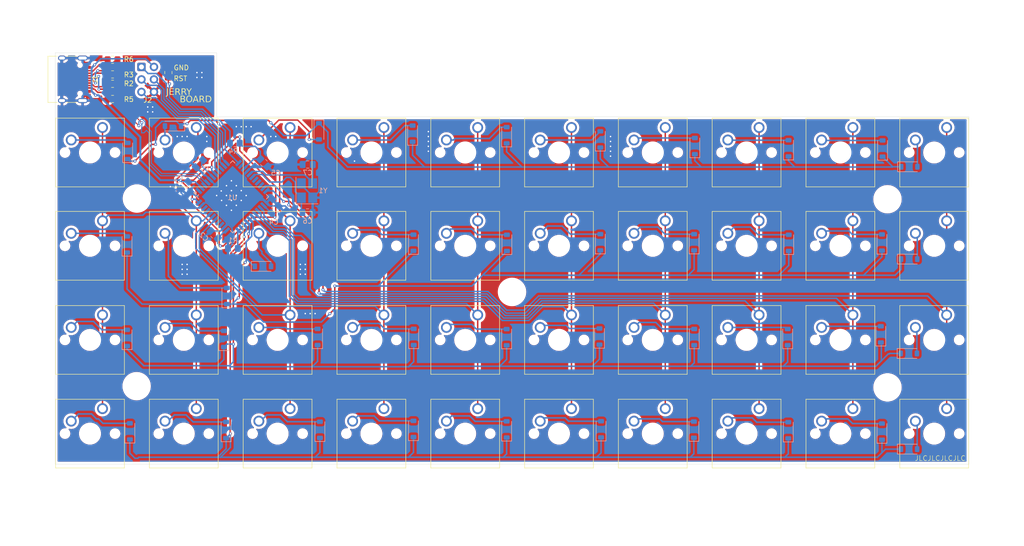
<source format=kicad_pcb>
(kicad_pcb (version 20240108) (generator "pcbnew") (generator_version "8.0")
  (layers (0 "F.Cu" signal) (31 "B.Cu" signal) (34 "B.Paste" user) (35 "F.Paste" user) (36 "B.SilkS" user "B.Silkscreen") (37 "F.SilkS" user "F.Silkscreen") (38 "B.Mask" user) (39 "F.Mask" user) (44 "Edge.Cuts" user))
  (net 0 "")
  (net 1 "Net-(U1-UCAP)")
  (net 2 "Net-(U1-XTAL1)")
  (net 3 "Net-(U1-XTAL2)")
  (net 4 "GND")
  (net 5 "COL8")
  (net 6 "Net-(U1-~{HWB}{slash}PE2)")
  (net 7 "COL1")
  (net 8 "COL10")
  (net 9 "COL5")
  (net 10 "COL9")
  (net 11 "D+")
  (net 12 "COL3")
  (net 13 "COL4")
  (net 14 "COL2")
  (net 15 "ROW2")
  (net 16 "COL7")
  (net 17 "+5V")
  (net 18 "ROW4")
  (net 19 "COL6")
  (net 20 "ROW3")
  (net 21 "Net-(D2-A)")
  (net 22 "Net-(D7-A)")
  (net 23 "Net-(D11-A)")
  (net 24 "ROW1")
  (net 25 "Net-(D15-A)")
  (net 26 "Net-(D19-A)")
  (net 27 "Net-(D23-A)")
  (net 28 "Net-(D27-A)")
  (net 29 "Net-(D31-A)")
  (net 30 "Net-(D35-A)")
  (net 31 "Net-(D39-A)")
  (net 32 "Net-(D3-A)")
  (net 33 "Net-(D8-A)")
  (net 34 "Net-(D12-A)")
  (net 35 "Net-(D16-A)")
  (net 36 "Net-(D20-A)")
  (net 37 "Net-(D24-A)")
  (net 38 "Net-(D28-A)")
  (net 39 "Net-(D32-A)")
  (net 40 "Net-(D36-A)")
  (net 41 "Net-(D40-A)")
  (net 42 "Net-(D4-A)")
  (net 43 "Net-(D5-A)")
  (net 44 "Net-(D9-A)")
  (net 45 "Net-(D13-A)")
  (net 46 "Net-(D17-A)")
  (net 47 "Net-(D21-A)")
  (net 48 "Net-(D25-A)")
  (net 49 "Net-(D29-A)")
  (net 50 "Net-(D33-A)")
  (net 51 "Net-(D37-A)")
  (net 52 "Net-(D1-A)")
  (net 53 "Net-(D6-A)")
  (net 54 "Net-(D10-A)")
  (net 55 "Net-(D14-A)")
  (net 56 "Net-(D18-A)")
  (net 57 "Net-(D22-A)")
  (net 58 "Net-(D26-A)")
  (net 59 "Net-(D30-A)")
  (net 60 "Net-(D34-A)")
  (net 61 "Net-(D38-A)")
  (net 62 "D-")
  (net 63 "Net-(U1-~{RESET})")
  (net 64 "Net-(J1-CC2)")
  (net 65 "Net-(J1-CC1)")
  (net 70 "MISO")
  (net 73 "SS")
  (net 75 "MOSI")
  (net 76 "SCK")
  (net 78 "UD+")
  (net 79 "UD-")
  (footprint "Button_Switch_Keyboard:SW_Cherry_MX_1.00u_PCB" (layer "F.Cu") (at 198.12 109.14)
    (property "Reference" "SW7" (hide yes))
    (property "Value" "SW_SPST")
  )
  (footprint "Button_Switch_Keyboard:SW_Cherry_MX_1.00u_PCB" (layer "F.Cu") (at 217.17 147.32)
    (property "Reference" "SW28" (hide yes))
    (property "Value" "SW_SPST")
  )
  (footprint "Button_Switch_Keyboard:SW_Cherry_MX_1.00u_PCB" (layer "F.Cu") (at 160.02 109.14)
    (property "Reference" "SW5" (hide yes))
    (property "Value" "SW_SPST")
  )
  (footprint "Button_Switch_Keyboard:SW_Cherry_MX_1.00u_PCB" (layer "F.Cu") (at 236.22 90.17)
    (property "Reference" "SW39" (hide yes))
    (property "Value" "SW_SPST")
  )
  (footprint "Capacitor_SMD:C_0805_2012Metric_Pad1.18x1.45mm_HandSolder" (layer "F.Cu") (at 97.2 79 -90)
    (property "Reference" "SW41" (hide yes))
    (property "Value" "SW_Push")
  )
  (footprint "Button_Switch_Keyboard:SW_Cherry_MX_1.00u_PCB" (layer "F.Cu") (at 198.12 147.32)
    (property "Reference" "SW27" (hide yes))
    (property "Value" "SW_SPST")
  )
  (footprint "Button_Switch_Keyboard:SW_Cherry_MX_1.00u_PCB" (layer "F.Cu") (at 102.87 90.17)
    (property "Reference" "SW32" (hide yes))
    (property "Value" "SW_SPST")
  )
  (footprint "Button_Switch_Keyboard:SW_Cherry_MX_1.00u_PCB" (layer "F.Cu") (at 160.02 147.32)
    (property "Reference" "SW25" (hide yes))
    (property "Value" "SW_SPST")
  )
  (footprint "Button_Switch_Keyboard:SW_Cherry_MX_1.00u_PCB" (layer "F.Cu") (at 198.12 90.17)
    (property "Reference" "SW37" (hide yes))
    (property "Value" "SW_SPST")
  )
  (footprint "Button_Switch_Keyboard:SW_Cherry_MX_1.00u_PCB" (layer "F.Cu") (at 236.22 109.14)
    (property "Reference" "SW9" (hide yes))
    (property "Value" "SW_SPST")
  )
  (footprint "Button_Switch_Keyboard:SW_Cherry_MX_1.00u_PCB" (layer "F.Cu") (at 179.07 128.27)
    (property "Reference" "SW16" (hide yes))
    (property "Value" "SW_SPST")
  )
  (footprint "Button_Switch_Keyboard:SW_Cherry_MX_1.00u_PCB" (layer "F.Cu") (at 255.27 109.14)
    (property "Reference" "SW10" (hide yes))
    (property "Value" "SW_SPST")
  )
  (footprint "Button_Switch_Keyboard:SW_Cherry_MX_1.00u_PCB" (layer "F.Cu") (at 140.97 128.27)
    (property "Reference" "SW14" (hide yes))
    (property "Value" "SW_SPST")
  )
  (footprint "Button_Switch_Keyboard:SW_Cherry_MX_1.00u_PCB" (layer "F.Cu") (at 121.92 90.17)
    (property "Reference" "SW33" (hide yes))
    (property "Value" "SW_SPST")
  )
  (footprint "Button_Switch_Keyboard:SW_Cherry_MX_1.00u_PCB" (layer "F.Cu") (at 217.17 90.17)
    (property "Reference" "SW38" (hide yes))
    (property "Value" "SW_SPST")
  )
  (footprint "MountingHole:MountingHole_5.3mm_M5" (layer "F.Cu") (at 167 123.6)
    (property "Reference" "H1" (hide yes))
    (property "Value" "MountingHole")
  )
  (footprint "Button_Switch_Keyboard:SW_Cherry_MX_1.00u_PCB" (layer "F.Cu") (at 217.17 109.14)
    (property "Reference" "SW8" (hide yes))
    (property "Value" "SW_SPST")
  )
  (footprint "Button_Switch_Keyboard:SW_Cherry_MX_1.00u_PCB" (layer "F.Cu") (at 83.82 90.17)
    (property "Reference" "SW31" (hide yes))
    (property "Value" "SW_SPST")
  )
  (footprint "Button_Switch_Keyboard:SW_Cherry_MX_1.00u_PCB" (layer "F.Cu") (at 236.22 128.27)
    (property "Reference" "SW19" (hide yes))
    (property "Value" "SW_SPST")
  )
  (footprint "Button_Switch_Keyboard:SW_Cherry_MX_1.00u_PCB" (layer "F.Cu") (at 198.12 128.27)
    (property "Reference" "SW17" (hide yes))
    (property "Value" "SW_SPST")
  )
  (footprint "Button_Switch_Keyboard:SW_Cherry_MX_1.00u_PCB" (layer "F.Cu") (at 83.82 128.27)
    (property "Reference" "SW11" (hide yes))
    (property "Value" "SW_SPST")
  )
  (footprint "Button_Switch_Keyboard:SW_Cherry_MX_1.00u_PCB" (layer "F.Cu") (at 255.27 128.27)
    (property "Reference" "SW20" (hide yes))
    (property "Value" "SW_SPST")
  )
  (footprint "Button_Switch_Keyboard:SW_Cherry_MX_1.00u_PCB" (layer "F.Cu") (at 121.92 128.27)
    (property "Reference" "SW13" (hide yes))
    (property "Value" "SW_SPST")
  )
  (footprint "Button_Switch_Keyboard:SW_Cherry_MX_1.00u_PCB" (layer "F.Cu") (at 255.27 147.32)
    (property "Reference" "SW30" (hide yes))
    (property "Value" "SW_SPST")
  )
  (footprint "Button_Switch_Keyboard:SW_Cherry_MX_1.00u_PCB" (layer "F.Cu") (at 102.87 109.14)
    (property "Reference" "SW2" (hide yes))
    (property "Value" "SW_SPST")
  )
  (footprint "Button_Switch_Keyboard:SW_Cherry_MX_1.00u_PCB" (layer "F.Cu") (at 140.97 109.14)
    (property "Reference" "SW4" (hide yes))
    (property "Value" "SW_SPST")
  )
  (footprint "Button_Switch_Keyboard:SW_Cherry_MX_1.00u_PCB" (layer "F.Cu") (at 83.82 147.32)
    (property "Reference" "SW21" (hide yes))
    (property "Value" "SW_SPST")
  )
  (footprint "Connector_IDC:IDC-Header_2x03_P2.54mm_Vertical" (layer "F.Cu") (at 91.73 77.855)
    (property "Reference" "J2")
    (property "Value" "AVR-ISP-6")
  )
  (footprint "Button_Switch_Keyboard:SW_Cherry_MX_1.00u_PCB" (layer "F.Cu") (at 102.87 128.27)
    (property "Reference" "SW12" (hide yes))
    (property "Value" "SW_SPST")
  )
  (footprint "Button_Switch_Keyboard:SW_Cherry_MX_1.00u_PCB" (layer "F.Cu") (at 121.92 109.14)
    (property "Reference" "SW3" (hide yes))
    (property "Value" "SW_SPST")
  )
  (footprint "MountingHole:MountingHole_5.3mm_M5" (layer "F.Cu") (at 243.25 143)
    (property "Reference" "H4" (hide yes))
    (property "Value" "MountingHole")
  )
  (footprint "Button_Switch_Keyboard:SW_Cherry_MX_1.00u_PCB" (layer "F.Cu") (at 140.97 90.17)
    (property "Reference" "SW34" (hide yes))
    (property "Value" "SW_SPST")
  )
  (footprint "Button_Switch_Keyboard:SW_Cherry_MX_1.00u_PCB" (layer "F.Cu") (at 179.07 109.14)
    (property "Reference" "SW6" (hide yes))
    (property "Value" "SW_SPST")
  )
  (footprint "MountingHole:MountingHole_5.3mm_M5" (layer "F.Cu") (at 90.8 104.6)
    (property "Reference" "H2" (hide yes))
    (property "Value" "MountingHole")
  )
  (footprint "Button_Switch_Keyboard:SW_Cherry_MX_1.00u_PCB" (layer "F.Cu") (at 179.07 147.32)
    (property "Reference" "SW26" (hide yes))
    (property "Value" "SW_SPST")
  )
  (footprint "Button_Switch_Keyboard:SW_Cherry_MX_1.00u_PCB" (layer "F.Cu") (at 160.02 90.17)
    (property "Reference" "SW35" (hide yes))
    (property "Value" "SW_SPST")
  )
  (footprint "MountingHole:MountingHole_5.3mm_M5" (layer "F.Cu") (at 90.75 142.75)
    (property "Reference" "H5" (hide yes))
    (property "Value" "MountingHole")
  )
  (footprint "Button_Switch_Keyboard:SW_Cherry_MX_1.00u_PCB" (layer "F.Cu") (at 160.02 128.27)
    (property "Reference" "SW15" (hide yes))
    (property "Value" "SW_SPST")
  )
  (footprint "Resistor_SMD:R_0805_2012Metric_Pad1.20x1.40mm_HandSolder" (layer "F.Cu") (at 85.865 84.375 180)
    (property "Reference" "R5")
    (property "Value" "5.1kR")
  )
  (footprint "Button_Switch_Keyboard:SW_Cherry_MX_1.00u_PCB" (layer "F.Cu") (at 236.22 147.32)
    (property "Reference" "SW29" (hide yes))
    (property "Value" "SW_SPST")
  )
  (footprint "Button_Switch_Keyboard:SW_Cherry_MX_1.00u_PCB" (layer "F.Cu") (at 255.27 90.17)
    (property "Reference" "SW40" (hide yes))
    (property "Value" "SW_SPST")
  )
  (footprint "Button_Switch_Keyboard:SW_Cherry_MX_1.00u_PCB" (layer "F.Cu") (at 179.07 90.17)
    (property "Reference" "SW36" (hide yes))
    (property "Value" "SW_SPST")
  )
  (footprint "Resistor_SMD:R_0805_2012Metric_Pad1.20x1.40mm_HandSolder" (layer "F.Cu") (at 85.865 79.375 180)
    (property "Reference" "R3")
    (property "Value" "22")
  )
  (footprint "MountingHole:MountingHole_5.3mm_M5" (layer "F.Cu") (at 243.25 104.75)
    (property "Reference" "H3" (hide yes))
    (property "Value" "MountingHole")
  )
  (footprint "Button_Switch_Keyboard:SW_Cherry_MX_1.00u_PCB" (layer "F.Cu") (at 121.92 147.32)
    (property "Reference" "SW23" (hide yes))
    (property "Value" "SW_SPST")
  )
  (footprint "Resistor_SMD:R_0805_2012Metric_Pad1.20x1.40mm_HandSolder" (layer "F.Cu") (at 85.865 81.285)
    (property "Reference" "R2")
    (property "Value" "22")
  )
  (footprint "Connector_USB:USB_C_Receptacle_HRO_TYPE-C-31-M-12" (layer "F.Cu") (at 76.64 80.375 -90)
    (property "Reference" "J1")
    (property "Value" "USB_C_Receptacle_USB2.0_14P")
  )
  (footprint "Button_Switch_Keyboard:SW_Cherry_MX_1.00u_PCB" (layer "F.Cu") (at 83.82 109.14)
    (property "Reference" "SW1" (hide yes))
    (property "Value" "SW_SPST")
  )
  (footprint "Button_Switch_Keyboard:SW_Cherry_MX_1.00u_PCB" (layer "F.Cu") (at 102.87 147.32)
    (property "Reference" "SW22" (hide yes))
    (property "Value" "SW_SPST")
  )
  (footprint "Button_Switch_Keyboard:SW_Cherry_MX_1.00u_PCB" (layer "F.Cu") (at 140.97 147.32)
    (property "Reference" "SW24" (hide yes))
    (property "Value" "SW_SPST")
  )
  (footprint "Button_Switch_Keyboard:SW_Cherry_MX_1.00u_PCB" (layer "F.Cu") (at 217.17 128.27)
    (property "Reference" "SW18" (hide yes))
    (property "Value" "SW_SPST")
  )
  (footprint "Resistor_SMD:R_0805_2012Metric_Pad1.20x1.40mm_HandSolder" (layer "F.Cu") (at 85.865 76.4 180)
    (property "Reference" "R6")
    (property "Value" "5.1kR")
  )
  (footprint "Diode_SMD:D_SOD-123" (layer "B.Cu") (at 98.15 89.875 180)
    (property "Reference" "D6" (hide yes))
    (property "Value" "D_Small")
  )
  (footprint "Diode_SMD:D_SOD-123" (layer "B.Cu") (at 88.8 113.95 90)
    (property "Reference" "D2" (hide yes))
    (property "Value" "D_Small")
  )
  (footprint "Diode_SMD:D_SOD-123" (layer "B.Cu") (at 247.575 136.1)
    (property "Reference" "D40" (hide yes))
    (property "Value" "D_Small")
  )
  (footprint "Capacitor_SMD:C_0805_2012Metric_Pad1.18x1.45mm_HandSolder" (layer "B.Cu") (at 100.5 101.9 -135)
    (property "Reference" "C3")
    (property "Value" "0.1uF")
  )
  (footprint "Diode_SMD:D_SOD-123" (layer "B.Cu") (at 146.8 91.425 90)
    (property "Reference" "D14" (hide yes))
    (property "Value" "D_Small")
  )
  (footprint "Diode_SMD:D_SOD-123" (layer "B.Cu") (at 108.475 133.15 90)
    (property "Reference" "D8" (hide yes))
    (property "Value" "D_Small")
  )
  (footprint "Diode_SMD:D_SOD-123" (layer "B.Cu") (at 204 132.775 90)
    (property "Reference" "D28" (hide yes))
    (property "Value" "D_Small")
  )
  (footprint "Diode_SMD:D_SOD-123" (layer "B.Cu") (at 247.625 155.55)
    (property "Reference" "D37" (hide yes))
    (property "Value" "D_Small")
  )
  (footprint "Diode_SMD:D_SOD-123" (layer "B.Cu") (at 223.1 151.725 90)
    (property "Reference" "D29" (hide yes))
    (property "Value" "D_Small")
  )
  (footprint "Diode_SMD:D_SOD-123" (layer "B.Cu") (at 146.975 151.45 90)
    (property "Reference" "D13" (hide yes))
    (property "Value" "D_Small")
  )
  (footprint "Diode_SMD:D_SOD-123" (layer "B.Cu") (at 203.925 151.6 90)
    (property "Reference" "D25" (hide yes))
    (property "Value" "D_Small")
  )
  (footprint "Diode_SMD:D_SOD-123" (layer "B.Cu") (at 222.975 132.775 90)
    (property "Reference" "D32" (hide yes))
    (property "Value" "D_Small")
  )
  (footprint "Diode_SMD:D_SOD-123" (layer "B.Cu") (at 165.9 132.8 90)
    (property "Reference" "D20" (hide yes))
    (property "Value" "D_Small")
  )
  (footprint "Diode_SMD:D_SOD-123" (layer "B.Cu") (at 146.975 113.6 90)
    (property "Reference" "D15" (hide yes))
    (property "Value" "D_Small")
  )
  (footprint "Capacitor_SMD:C_0805_2012Metric_Pad1.18x1.45mm_HandSolder" (layer "B.Cu") (at 116.6 97.35 -45)
    (property "Reference" "C5")
    (property "Value" "10uF")
  )
  (footprint "Diode_SMD:D_SOD-123" (layer "B.Cu") (at 247.675 98.15)
    (property "Reference" "D38" (hide yes))
    (property "Value" "D_Small")
  )
  (footprint "Capacitor_SMD:C_0805_2012Metric_Pad1.18x1.45mm_HandSolder" (layer "B.Cu") (at 125.46 107.44 180)
    (property "Reference" "C6")
    (property "Value" "22pF")
  )
  (footprint "Diode_SMD:D_SOD-123" (layer "B.Cu") (at 165.9 151.55 90)
    (property "Reference" "D17" (hide yes))
    (property "Value" "D_Small")
  )
  (footprint "Diode_SMD:D_SOD-123" (layer "B.Cu") (at 88.8 132.95 90)
    (property "Reference" "D3" (hide yes))
    (property "Value" "D_Small")
  )
  (footprint "Diode_SMD:D_SOD-123" (layer "B.Cu") (at 242.125 113.55 90)
    (property "Reference" "D35" (hide yes))
    (property "Value" "D_Small")
  )
  (footprint "Diode_SMD:D_SOD-123" (layer "B.Cu") (at 165.95 113.625 90)
    (property "Reference" "D19" (hide yes))
    (property "Value" "D_Small")
  )
  (footprint "Resistor_SMD:R_0805_2012Metric_Pad1.20x1.40mm_HandSolder" (layer "B.Cu") (at 110.3 114.75 180)
    (property "Reference" "R1")
    (property "Value" "10k")
  )
  (footprint "Diode_SMD:D_SOD-123" (layer "B.Cu") (at 184.925 113.5 90)
    (property "Reference" "D23" (hide yes))
    (property "Value" "D_Small")
  )
  (footprint "Capacitor_SMD:C_0805_2012Metric_Pad1.18x1.45mm_HandSolder" (layer "B.Cu") (at 106.5 111.95 135)
    (property "Reference" "C2")
    (property "Value" "0.1uF")
  )
  (footprint "Diode_SMD:D_SOD-123" (layer "B.Cu") (at 127.5 132.75 90)
    (property "Reference" "D12" (hide yes))
    (property "Value" "D_Small")
  )
  (footprint "Diode_SMD:D_SOD-123" (layer "B.Cu") (at 242.25 94.45 90)
    (property "Reference" "D34" (hide yes))
    (property "Value" "D_Small")
  )
  (footprint "Diode_SMD:D_SOD-123" (layer "B.Cu") (at 185.075 151.525 90)
    (property "Reference" "D21" (hide yes))
    (property "Value" "D_Small")
  )
  (footprint "Package_QFP:TQFP-44_10x10mm_P0.8mm" (layer "B.Cu") (at 110.25 104.25 -45)
    (property "Reference" "U1")
    (property "Value" "ATmega32U4-A")
  )
  (footprint "Diode_SMD:D_SOD-123" (layer "B.Cu") (at 247.65 116.925)
    (property "Reference" "D39" (hide yes))
    (property "Value" "D_Small")
  )
  (footprint "Diode_SMD:D_SOD-123" (layer "B.Cu") (at 89.375 151.95 90)
    (property "Reference" "D4" (hide yes))
    (property "Value" "D_Small")
  )
  (footprint "Diode_SMD:D_SOD-123" (layer "B.Cu") (at 88.925 94.95 90)
    (property "Reference" "D1" (hide yes))
    (property "Value" "D_Small")
  )
  (footprint "Capacitor_SMD:C_0805_2012Metric_Pad1.18x1.45mm_HandSolder" (layer "B.Cu") (at 103.5 97.5 -135)
    (property "Reference" "C1")
    (property "Value" "1uF")
  )
  (footprint "Diode_SMD:D_SOD-123" (layer "B.Cu") (at 223.2 113.625 90)
    (property "Reference" "D31" (hide yes))
    (property "Value" "D_Small")
  )
  (footprint "Diode_SMD:D_SOD-123" (layer "B.Cu") (at 184.925 92.6 90)
    (property "Reference" "D22" (hide yes))
    (property "Value" "D_Small")
  )
  (footprint "Diode_SMD:D_SOD-123" (layer "B.Cu") (at 109.075 124.425 90)
    (property "Reference" "D7" (hide yes))
    (property "Value" "D_Small")
  )
  (footprint "Diode_SMD:D_SOD-123" (layer "B.Cu") (at 223.15 94.4 90)
    (property "Reference" "D30" (hide yes))
    (property "Value" "D_Small")
  )
  (footprint "Diode_SMD:D_SOD-123" (layer "B.Cu") (at 204.125 93.95 90)
    (property "Reference" "D26" (hide yes))
    (property "Value" "D_Small")
  )
  (footprint "Diode_SMD:D_SOD-123" (layer "B.Cu") (at 184.75 132.675 90)
    (property "Reference" "D24" (hide yes))
    (property "Value" "D_Small")
  )
  (footprint "Diode_SMD:D_SOD-123" (layer "B.Cu") (at 241.9 132.225 90)
    (property "Reference" "D36" (hide yes))
    (property "Value" "D_Small")
  )
  (footprint "Diode_SMD:D_SOD-123" (layer "B.Cu") (at 147.025 132.75 90)
    (property "Reference" "D16" (hide yes))
    (property "Value" "D_Small")
  )
  (footprint "Diode_SMD:D_SOD-123" (layer "B.Cu") (at 116.4 118.4)
    (property "Reference" "D11" (hide yes))
    (property "Value" "D_Small")
  )
  (footprint "Diode_SMD:D_SOD-123" (layer "B.Cu") (at 127.975 151.625 90)
    (property "Reference" "D9" (hide yes))
    (property "Value" "D_Small")
  )
  (footprint "Diode_SMD:D_SOD-123" (layer "B.Cu") (at 242.125 152 90)
    (property "Reference" "D33" (hide yes))
    (property "Value" "D_Small")
  )
  (footprint "Diode_SMD:D_SOD-123" (layer "B.Cu") (at 127.775 90.95 -90)
    (property "Reference" "D10" (hide yes))
    (property "Value" "D_Small")
  )
  (footprint "Resistor_SMD:R_0805_2012Metric_Pad1.20x1.40mm_HandSolder" (layer "B.Cu") (at 110.7 93.35 180)
    (property "Reference" "R4")
    (property "Value" "10k")
  )
  (footprint "Diode_SMD:D_SOD-123" (layer "B.Cu") (at 108.925 151.675 90)
    (property "Reference" "D5" (hide yes))
    (property "Value" "D_Small")
  )
  (footprint "Capacitor_SMD:C_0805_2012Metric_Pad1.18x1.45mm_HandSolder" (layer "B.Cu") (at 118.85 106.85 45)
    (property "Reference" "C4")
    (property "Value" "0.1uF")
  )
  (footprint "Diode_SMD:D_SOD-123" (layer "B.Cu") (at 203.975 113.5 90)
    (property "Reference" "D27" (hide yes))
    (property "Value" "D_Small")
  )
  (footprint "Crystal:Crystal_SMD_3225-4Pin_3.2x2.5mm_HandSoldering" (layer "B.Cu") (at 125.36 102.99 90)
    (property "Reference" "Y1")
    (property "Value" "Crystal_GND24_Small")
  )
  (footprint "Diode_SMD:D_SOD-123" (layer "B.Cu") (at 165.9 91.75 90)
    (property "Reference" "D18" (hide yes))
    (property "Value" "D_Small")
  )
  (footprint "Capacitor_SMD:C_0805_2012Metric_Pad1.18x1.45mm_HandSolder" (layer "B.Cu") (at 125.4975 97.69)
    (property "Reference" "C7")
    (property "Value" "22pF")
  )
  (gr_line (start 74.2 88.2) (end 74.2 158.6) (stroke (width 0.05)) (layer "Edge.Cuts"))
  (gr_line (start 74.2 88.2) (end 74.2 86) (stroke (width 0.05)) (layer "Edge.Cuts"))
  (gr_line (start 259.8 158.6) (end 74.2 158.6) (stroke (width 0.05)) (layer "Edge.Cuts"))
  (gr_line (start 107 88) (end 259.8 88) (stroke (width 0.05)) (layer "Edge.Cuts"))
  (gr_line (start 107 75) (end 107 88) (stroke (width 0.05)) (layer "Edge.Cuts"))
  (gr_line (start 74.2 86) (end 74.2 75) (stroke (width 0.05)) (layer "Edge.Cuts"))
  (gr_line (start 259.8 88) (end 259.8 158.6) (stroke (width 0.05)) (layer "Edge.Cuts"))
  (gr_line (start 74.2 75) (end 107 75) (stroke (width 0.05)) (layer "Edge.Cuts"))
  (gr_text "JERRY" (at 96.75 83.75 0) (layer "F.SilkS") (effects (font (size 1.3 1.3) (thickness 0.1)) (justify left bottom)))
  (gr_text "JLCJLCJLCJLC" (at 248.75 158 0) (layer "F.SilkS") (effects (font (size 1 1) (thickness 0.1)) (justify left bottom)))
  (gr_text "GND" (at 98.2 78.6 0) (layer "F.SilkS") (effects (font (size 1 1)) (justify left bottom)))
  (gr_text "BOARD" (at 99.5 85.25 0) (layer "F.SilkS") (effects (font (size 1.3 1.3) (thickness 0.1)) (justify left bottom)))
  (gr_text "RST\n" (at 98.2 80.8 0) (layer "F.SilkS") (effects (font (size 1 1)) (justify left bottom)))
  (segment (start 103.983623 96.766377) (end 103.983623 97.983623) (width 0.3) (layer "B.Cu") (net 1))
  (segment (start 103.983623 97.983623) (end 106.219491 100.219491) (width 0.3) (layer "B.Cu") (net 1))
  (segment (start 124.21 107.2275) (end 124.4225 107.44) (width 0.3) (layer "B.Cu") (net 2))
  (segment (start 122.96 103.19) (end 124.21 104.44) (width 0.3) (layer "B.Cu") (net 2))
  (segment (start 124.21 104.44) (end 124.21 107.2275) (width 0.3) (layer "B.Cu") (net 2))
  (segment (start 122.96 101.285) (end 122.96 103.19) (width 0.3) (layer "B.Cu") (net 2))
  (segment (start 116.855939 100.355939) (end 117.75 101.25) (width 0.3) (layer "B.Cu") (net 2))
  (segment (start 114.280509 100.219491) (end 114.789607 99.710393) (width 0.3) (layer "B.Cu") (net 2))
  (segment (start 121.186955 100.313045) (end 121.988045 100.313045) (width 0.3) (layer "B.Cu") (net 2))
  (segment (start 114.789607 99.710393) (end 116.253287 99.710393) (width 0.3) (layer "B.Cu") (net 2))
  (segment (start 117.75 101.25) (end 120.25 101.25) (width 0.3) (layer "B.Cu") (net 2))
  (segment (start 121.988045 100.313045) (end 122.96 101.285) (width 0.3) (layer "B.Cu") (net 2))
  (segment (start 116.253287 99.710393) (end 116.855939 100.313045) (width 0.3) (layer "B.Cu") (net 2))
  (segment (start 120.25 101.25) (end 121.186955 100.313045) (width 0.3) (layer "B.Cu") (net 2))
  (segment (start 116.855939 100.313045) (end 116.855939 100.355939) (width 0.3) (layer "B.Cu") (net 2))
  (segment (start 116.35 99.1) (end 114.268629 99.1) (width 0.3) (layer "B.Cu") (net 3))
  (segment (start 124.933045 99.813045) (end 117.063045 99.813045) (width 0.3) (layer "B.Cu") (net 3))
  (segment (start 126.51 101.54) (end 126.51 101.39) (width 0.3) (layer "B.Cu") (net 3))
  (segment (start 126.51 101.54) (end 126.51 97.715) (width 0.3) (layer "B.Cu") (net 3))
  (segment (start 114.268629 99.1) (end 113.714823 99.653806) (width 0.3) (layer "B.Cu") (net 3))
  (segment (start 126.51 97.715) (end 126.535 97.69) (width 0.3) (layer "B.Cu") (net 3))
  (segment (start 117.063045 99.813045) (end 116.35 99.1) (width 0.3) (layer "B.Cu") (net 3))
  (segment (start 126.51 101.39) (end 124.933045 99.813045) (width 0.3) (layer "B.Cu") (net 3))
  (segment (start 93.65 92.95) (end 91.111522 92.95) (width 0.4) (layer "F.Cu") (net 4))
  (segment (start 97.6 102.2) (end 97.4 102) (width 0.4) (layer "F.Cu") (net 4))
  (segment (start 84.865 85.622718) (end 90.616116 91.373834) (width 0.4) (layer "F.Cu") (net 4))
  (segment (start 91.111522 92.95) (end 90.616116 92.454594) (width 0.4) (layer "F.Cu") (net 4))
  (segment (start 97.4 94.4) (end 98.2 93.6) (width 0.4) (layer "F.Cu") (net 4))
  (segment (start 97.2 77.9625) (end 95.47 79.6925) (width 0.3) (layer "F.Cu") (net 4))
  (segment (start 75.355 76.055) (end 79.535 76.055) (width 0.3) (layer "F.Cu") (net 4))
  (segment (start 95.6 91) (end 95.6 84.265) (width 0.4) (layer "F.Cu") (net 4))
  (segment (start 79.535 84.695) (end 75.355 84.695) (width 0.3) (layer "F.Cu") (net 4))
  (segment (start 79.535 84.695) (end 79.535 84.54) (width 0.3) (layer "F.Cu") (net 4))
  (segment (start 98.2 93.6) (end 98.2 92) (width 0.4) (layer "F.Cu") (net 4))
  (segment (start 98.2 92) (end 97.2 91) (width 0.4) (layer "F.Cu") (net 4))
  (segment (start 95.47 81.735) (end 94.27 82.935) (width 0.3) (layer "F.Cu") (net 4))
  (segment (start 80.5525 77.175) (end 80.815 77.175) (width 0.3) (layer "F.Cu") (net 4))
  (segment (start 79.535 76.055) (end 79.535 76.21) (width 0.3) (layer "F.Cu") (net 4))
  (segment (start 84.865 84.375) (end 84.865 85.622718) (width 0.4) (layer "F.Cu") (net 4))
  (segment (start 95.6 84.265) (end 94.27 82.935) (width 0.4) (layer "F.Cu") (net 4))
  (segment (start 95.47 79.6925) (end 95.47 81.735) (width 0.3) (layer "F.Cu") (net 4))
  (segment (start 97.4 102) (end 97.4 94.4) (width 0.4) (layer "F.Cu") (net 4))
  (segment (start 81.865 76.125) (end 84.865 76.125) (width 0.3) (layer "F.Cu") (net 4))
  (segment (start 80.815 77.175) (end 81.865 76.125) (width 0.3) (layer "F.Cu") (net 4))
  (segment (start 90.616116 92.454594) (end 90.616116 92.383884) (width 0.4) (layer "F.Cu") (net 4))
  (segment (start 79.535 76.21) (end 80.45 77.125) (width 0.3) (layer "F.Cu") (net 4))
  (segment (start 97.2 91) (end 95.6 91) (width 0.4) (layer "F.Cu") (net 4))
  (segment (start 80.5525 83.575) (end 81.3525 84.375) (width 0.4) (layer "F.Cu") (net 4))
  (segment (start 90.616116 91.373834) (end 90.616116 92.383884) (width 0.4) (layer "F.Cu") (net 4))
  (segment (start 81.3525 84.375) (end 84.865 84.375) (width 0.4) (layer "F.Cu") (net 4))
  (segment (start 95.6 91) (end 93.65 92.95) (width 0.4) (layer "F.Cu") (net 4))
  (segment (start 79.535 84.54) (end 80.45 83.625) (width 0.3) (layer "F.Cu") (net 4))
  (via (at 104 80) (size 0.6) (drill 0.3) (layers "F.Cu" "B.Cu") (net 4))
  (via (at 150 94) (size 0.6) (drill 0.3) (layers "F.Cu" "B.Cu") (net 4))
  (via (at 187 96) (size 0.6) (drill 0.3) (layers "F.Cu" "B.Cu") (net 4))
  (via (at 111 106) (size 0.6) (drill 0.3) (layers "F.Cu" "B.Cu") (net 4))
  (via (at 187 92) (size 0.6) (drill 0.3) (layers "F.Cu" "B.Cu") (net 4))
  (via (at 103 80) (size 0.6) (drill 0.3) (layers "F.Cu" "B.Cu") (net 4))
  (via (at 150 92) (size 0.6) (drill 0.3) (layers "F.Cu" "B.Cu") (net 4))
  (via (at 94 86) (size 0.6) (drill 0.3) (layers "F.Cu" "B.Cu") (net 4))
  (via (at 150 93) (size 0.6) (drill 0.3) (layers "F.Cu" "B.Cu") (net 4))
  (via (at 125 119) (size 0.6) (drill 0.3) (layers "F.Cu" "B.Cu") (net 4))
  (via (at 150 95) (size 0.6) (drill 0.3) (layers "F.Cu" "B.Cu") (net 4))
  (via (at 114 90) (size 0.6) (drill 0.3) (layers "F.Cu" "B.Cu") (net 4))
  (via (at 111 104) (size 0.6) (drill 0.3) (layers "F.Cu" "B.Cu") (net 4))
  (via (at 125 120) (size 0.6) (drill 0.3) (layers "F.Cu" "B.Cu") (net 4))
  (via (at 110 105) (size 0.6) (drill 0.3) (layers "F.Cu" "B.Cu") (net 4))
  (via (at 125 118) (size 0.6) (drill 0.3) (layers "F.Cu" "B.Cu") (net 4))
  (via (at 108.991332 104) (size 0.6) (drill 0.3) (layers "F.Cu" "B.Cu") (net 4))
  (via (at 99 92) (size 0.6) (drill 0.3) (layers "F.Cu" "B.Cu") (net 4))
  (via (at 93 86) (size 0.6) (drill 0.3) (layers "F.Cu" "B.Cu") (net 4))
  (via (at 124 120) (size 0.6) (drill 0.3) (layers "F.Cu" "B.Cu") (net 4))
  (via (at 100 92) (size 0.6) (drill 0.3) (layers "F.Cu" "B.Cu") (net 4))
  (via (at 101 120) (size 0.6) (drill 0.3) (layers "F.Cu" "B.Cu") (net 4))
  (via (at 100 120) (size 0.6) (drill 0.3) (layers "F.Cu" "B.Cu") (net 4))
  (via (at 110 103) (size 0.6) (drill 0.3) (layers "F.Cu" "B.Cu") (net 4))
  (via (at 100 118) (size 0.6) (drill 0.3) (layers "F.Cu" "B.Cu") (net 4))
  (via (at 105 92) (size 0.6) (drill 0.3) (layers "F.Cu" "B.Cu") (net 4))
  (via (at 113 90) (size 0.6) (drill 0.3) (layers "F.Cu" "B.Cu") (net 4))
  (via (at 118 92) (size 0.6) (drill 0.3) (layers "F.Cu" "B.Cu") (net 4))
  (via (at 105 93) (size 0.6) (drill 0.3) (layers "F.Cu" "B.Cu") (net 4))
  (via (at 135 97) (size 0.6) (drill 0.3) (layers "F.Cu" "B.Cu") (net 4))
  (via (at 112 105) (size 0.6) (drill 0.3) (layers "F.Cu" "B.Cu") (net 4))
  (via (at 97.6 102.2) (size 0.6) (drill 0.3) (layers "F.Cu" "B.Cu") (net 4))
  (via (at 127 128) (size 0.6) (drill 0.3) (layers "F.Cu" "B.Cu") (net 4))
  (via (at 101 92) (size 0.6) (drill 0.3) (layers "F.Cu" "B.Cu") (net 4))
  (via (at 93 87) (size 0.6) (drill 0.3) (layers "F.Cu" "B.Cu") (net 4))
  (via (at 112 103) (size 0.6) (drill 0.3) (layers "F.Cu" "B.Cu") (net 4))
  (via (at 94 87) (size 0.6) (drill 0.3) (layers "F.Cu" "B.Cu") (net 4))
  (via (at 101 119) (size 0.6) (drill 0.3) (layers "F.Cu" "B.Cu") (net 4))
  (via (at 108 105) (size 0.6) (drill 0.3) (layers "F.Cu" "B.Cu") (net 4))
  (via (at 111 90) (size 0.6) (drill 0.3) (layers "F.Cu" "B.Cu") (net 4))
  (via (at 108.991332 106) (size 0.6) (drill 0.3) (layers "F.Cu" "B.Cu") (net 4))
  (via (at 110 101) (size 0.6) (drill 0.3) (layers "F.Cu" "B.Cu") (net 4))
  (via (at 104 79) (size 0.6) (drill 0.3) (layers "F.Cu" "B.Cu") (net 4))
  (via (at 111 102) (size 0.6) (drill 0.3) (layers "F.Cu" "B.Cu") (net 4))
  (via (at 124 119) (size 0.6) (drill 0.3) (layers "F.Cu" "B.Cu") (net 4))
  (via (at 100 119) (size 0.6) (drill 0.3) (layers "F.Cu" "B.Cu") (net 4))
  (via (at 124 118) (size 0.6) (drill 0.3) (layers "F.Cu" "B.Cu") (net 4))
  (via (at 119 92) (size 0.6) (drill 0.3) (layers "F.Cu" "B.Cu") (net 4))
  (via (at 113 104) (size 0.6) (drill 0.3) (layers "F.Cu" "B.Cu") (net 4))
  (via (at 107.934314 103.065686) (size 0.6) (drill 0.3) (layers "F.Cu" "B.Cu") (net 4))
  (via (at 126 128) (size 0.6) (drill 0.3) (layers "F.Cu" "B.Cu") (net 4))
  (via (at 125 128) (size 0.6) (drill 0.3) (layers "F.Cu" "B.Cu") (net 4))
  (via (at 187 93) (size 0.6) (drill 0.3) (layers "F.Cu" "B.Cu") (net 4))
  (via (at 110 107) (size 0.6) (drill 0.3) (layers "F.Cu" "B.Cu") (net 4))
  (via (at 109 102) (size 0.6) (drill 0.3) (layers "F.Cu" "B.Cu") (net 4))
  (via (at 187 94) (size 0.6) (drill 0.3) (layers "F.Cu" "B.Cu") (net 4))
  (via (at 112 90) (size 0.6) (drill 0.3) (layers "F.Cu" "B.Cu") (net 4))
  (via (at 103 79) (size 0.6) (drill 0.3) (layers "F.Cu" "B.Cu") (net 4))
  (via (at 187 95) (size 0.6) (drill 0.3) (layers "F.Cu" "B.Cu") (net 4))
  (via (at 101 118) (size 0.6) (drill 0.3) (layers "F.Cu" "B.Cu") (net 4))
  (via (at 107 104) (size 0.6) (drill 0.3) (layers "F.Cu" "B.Cu") (net 4))
  (via (at 150 91) (size 0.6) (drill 0.3) (layers "F.Cu" "B.Cu") (net 4))
  (segment (start 119.583623 106.116377) (end 117.773231 106.116377) (width 0.3) (layer "B.Cu") (net 4))
  (segment (start 103.802252 98.933623) (end 105.653806 100.785177) (width 0.3) (layer "B.Cu") (net 4))
  (segment (start 108.991332 110.034151) (end 108.991332 109.491332) (width 0.3) (layer "B.Cu") (net 4))
  (segment (start 124.21 97.94) (end 124.46 97.69) (width 0.3) (layer "B.Cu") (net 4))
  (segment (start 113 106.025483) (end 113 104) (width 0.3) (layer "B.Cu") (net 4))
  (segment (start 109.3 114.75) (end 110.122702 113.927298) (width 0.3) (layer "B.Cu") (net 4))
  (segment (start 107.934314 103.065686) (end 107.934314 103.065685) (width 0.3) (layer "B.Cu") (net 4))
  (segment (start 109.494618 110) (end 109.025483 110) (width 0.3) (layer "B.Cu") (net 4))
  (segment (start 116.599837 104.942983) (end 117.108936 105.452082) (width 0.3) (layer "B.Cu") (net 4))
  (segment (start 97.6 102.2) (end 98.2 102.8) (width 0.4) (layer "B.Cu") (net 4))
  (segment (start 99.6 102.8) (end 99.766377 102.633623) (width 0.4) (layer "B.Cu") (net 4))
  (segment (start 117.333623 98.083623) (end 114.153635 98.083623) (width 0.3) (layer "B.Cu") (net 4))
  (segment (start 112.640039 100.134658) (end 112.640039 99.597219) (width 0.3) (layer "B.Cu") (net 4))
  (segment (start 107.809106 111.216377) (end 108.482233 110.54325) (width 0.3) (layer "B.Cu") (net 4))
  (segment (start 108.482233 110.54325) (end 113 106.025483) (width 0.3) (layer "B.Cu") (net 4))
  (segment (start 99.766377 102.633623) (end 99.607754 102.475) (width 0.4) (layer "B.Cu") (net 4))
  (segment (start 123.43061 108.6) (end 125.3375 108.6) (width 0.3) (layer "B.Cu") (net 4))
  (segment (start 125.55 96.6) (end 124.46 97.69) (width 0.3) (layer "B.Cu") (net 4))
  (segment (start 108.991332 104) (end 108.057018 103.065686) (width 0.3) (layer "B.Cu") (net 4))
  (segment (start 105.766377 111.216377) (end 107.809106 111.216377) (width 0.3) (layer "B.Cu") (net 4))
  (segment (start 98.2 102.8) (end 99.6 102.8) (width 0.4) (layer "B.Cu") (net 4))
  (segment (start 110.122702 113.927298) (end 110.122702 110.628084) (width 0.3) (layer "B.Cu") (net 4))
  (segment (start 99.766377 103.443705) (end 102.872672 106.55) (width 0.3) (layer "B.Cu") (net 4))
  (segment (start 120.946987 106.116377) (end 123.43061 108.6) (width 0.3) (layer "B.Cu") (net 4))
  (segment (start 126.4975 107.44) (end 126.4975 104.4525) (width 0.3) (layer "B.Cu") (net 4))
  (segment (start 108.482233 110.54325) (end 114.0825 104.942983) (width 0.3) (layer "B.Cu") (net 4))
  (segment (start 127.112956 96.6) (end 125.55 96.6) (width 0.3) (layer "B.Cu") (net 4))
  (segment (start 102.766377 98.233623) (end 103.466377 98.933623) (width 0.3) (layer "B.Cu") (net 4))
  (segment (start 117.773231 106.116377) (end 117.108936 105.452082) (width 0.3) (layer "B.Cu") (net 4))
  (segment (start 127.76 97.247044) (end 127.112956 96.6) (width 0.3) (layer "B.Cu") (net 4))
  (segment (start 108.991332 109.491332) (end 105 105.5) (width 0.3) (layer "B.Cu") (net 4))
  (segment (start 108.991332 106) (end 108.991332 104) (width 0.3) (layer "B.Cu") (net 4))
  (segment (start 125.3375 108.6) (end 126.4975 107.44) (width 0.3) (layer "B.Cu") (net 4))
  (segment (start 124.46 97.69) (end 117.727246 97.69) (width 0.3) (layer "B.Cu") (net 4))
  (segment (start 108.057018 103.065686) (end 107.934314 103.065686) (width 0.3) (layer "B.Cu") (net 4))
  (segment (start 108.991332 110.034151) (end 108.991332 106) (width 0.3) (layer "B.Cu") (net 4))
  (segment (start 104.474517 105.5) (end 103.95675 106.017767) (width 0.3) (layer "B.Cu") (net 4))
  (segment (start 103.424517 106.55) (end 103.95675 106.017767) (width 0.3) (layer "B.Cu") (net 4))
  (segment (start 75.355 76.055) (end 75.355 84.695) (width 0.3) (layer "B.Cu") (net 4))
  (segment (start 127.76 103.19) (end 127.76 97.247044) (width 0.3) (layer "B.Cu") (net 4))
  (segment (start 114.153635 98.083623) (end 113.149138 99.08812) (width 0.3) (layer "B.Cu") (net 4))
  (segment (start 110.122702 110.628084) (end 109.494618 110) (width 0.3) (layer "B.Cu") (net 4))
  (segment (start 126.51 104.16) (end 126.51 104.44) (width 0.3) (layer "B.Cu") (net 4))
  (segment (start 126.4975 104.4525) (end 126.51 104.44) (width 0.3) (layer "B.Cu") (net 4))
  (segment (start 124.21 101.86) (end 126.51 104.16) (width 0.3) (layer "B.Cu") (net 4))
  (segment (start 109.025483 110) (end 108.482233 110.54325) (width 0.3) (layer "B.Cu") (net 4))
  (segment (start 126.51 104.44) (end 127.76 103.19) (width 0.3) (layer "B.Cu") (net 4))
  (segment (start 124.21 101.99) (end 124.21 101.54) (width 0.3) (layer "B.Cu") (net 4))
  (segment (start 114.0825 104.942983) (end 116.599837 104.942983) (width 0.3) (layer "B.Cu") (net 4))
  (segment (start 113 100.494619) (end 112.640039 100.134658) (width 0.3) (layer "B.Cu") (net 4))
  (segment (start 99.766377 102.633623) (end 99.766377 103.443705) (width 0.3) (layer "B.Cu") (net 4))
  (segment (start 119.583623 106.116377) (end 120.946987 106.116377) (width 0.3) (layer "B.Cu") (net 4))
  (segment (start 117.727246 97.69) (end 117.333623 98.083623) (width 0.3) (layer "B.Cu") (net 4))
  (segment (start 103.466377 98.933623) (end 103.802252 98.933623) (width 0.3) (layer "B.Cu") (net 4))
  (segment (start 102.872672 106.55) (end 103.424517 106.55) (width 0.3) (layer "B.Cu") (net 4))
  (segment (start 113 104) (end 113 100.494619) (width 0.3) (layer "B.Cu") (net 4))
  (segment (start 124.21 101.54) (end 124.21 101.86) (width 0.3) (layer "B.Cu") (net 4))
  (segment (start 107.934314 103.065685) (end 105.653806 100.785177) (width 0.3) (layer "B.Cu") (net 4))
  (segment (start 108.482233 110.54325) (end 108.991332 110.034151) (width 0.3) (layer "B.Cu") (net 4))
  (segment (start 99.607754 102.475) (end 99.5 102.475) (width 0.4) (layer "B.Cu") (net 4))
  (segment (start 112.640039 99.597219) (end 113.149138 99.08812) (width 0.3) (layer "B.Cu") (net 4))
  (segment (start 105 105.5) (end 104.474517 105.5) (width 0.3) (layer "B.Cu") (net 4))
  (segment (start 217.17 90.17) (end 217.17 109.14) (width 0.3) (layer "F.Cu") (net 5))
  (segment (start 217.17 109.14) (end 217.17 128.27) (width 0.3) (layer "F.Cu") (net 5))
  (segment (start 217.17 128.27) (end 217.17 147.32) (width 0.3) (layer "F.Cu") (net 5))
  (segment (start 214.3 125.4) (end 217.17 128.27) (width 0.3) (layer "B.Cu") (net 5))
  (segment (start 115.977565 106.583452) (end 116.6 107.205887) (width 0.3) (layer "B.Cu") (net 5))
  (segment (start 172.892894 125.492893) (end 172.985786 125.4) (width 0.3) (layer "B.Cu") (net 5))
  (segment (start 116.6 107.205887) (end 116.6 108) (width 0.3) (layer "B.Cu") (net 5))
  (segment (start 121.04132 110.32) (end 122.84 112.118681) (width 0.3) (layer "B.Cu") (net 5))
  (segment (start 169.985787 128.4) (end 172.892894 125.492893) (width 0.3) (layer "B.Cu") (net 5))
  (segment (start 172.985786 125.4) (end 214.3 125.4) (width 0.3) (layer "B.Cu") (net 5))
  (segment (start 126.01 123.01) (end 127.5 124.5) (width 0.3) (layer "B.Cu") (net 5))
  (segment (start 118.73 110.184417) (end 120.905736 110.184417) (width 0.3) (layer "B.Cu") (net 5))
  (segment (start 161.7 124.5) (end 165.6 128.4) (width 0.3) (layer "B.Cu") (net 5))
  (segment (start 122.84 112.118681) (end 124.126448 112.118681) (width 0.3) (layer "B.Cu") (net 5))
  (segment (start 124.126448 112.118681) (end 126.01 114.002233) (width 0.3) (layer "B.Cu") (net 5))
  (segment (start 120.905736 110.184417) (end 121.04132 110.32) (width 0.3) (layer "B.Cu") (net 5))
  (segment (start 118.73 110.13) (end 118.73 110.184417) (width 0.3) (layer "B.Cu") (net 5))
  (segment (start 127.5 124.5) (end 161.7 124.5) (width 0.3) (layer "B.Cu") (net 5))
  (segment (start 126.01 114.002233) (end 126.01 123.01) (width 0.3) (layer "B.Cu") (net 5))
  (segment (start 165.6 128.4) (end 169.985787 128.4) (width 0.3) (layer "B.Cu") (net 5))
  (segment (start 116.6 108) (end 118.73 110.13) (width 0.3) (layer "B.Cu") (net 5))
  (segment (start 111.3 111.261018) (end 111.452082 111.108936) (width 0.3) (layer "B.Cu") (net 6))
  (segment (start 111.3 114.75) (end 111.3 111.261018) (width 0.3) (layer "B.Cu") (net 6))
  (segment (start 83.82 128.27) (end 83.82 147.32) (width 0.3) (layer "F.Cu") (net 7))
  (segment (start 83.82 90.17) (end 83.82 109.14) (width 0.3) (layer "F.Cu") (net 7))
  (segment (start 83.82 109.14) (end 83.82 128.27) (width 0.3) (layer "F.Cu") (net 7))
  (segment (start 105.08812 107.149138) (end 104.579022 107.658236) (width 0.3) (layer "B.Cu") (net 7))
  (segment (start 104.041583 107.658236) (end 103.783347 107.4) (width 0.3) (layer "B.Cu") (net 7))
  (segment (start 104.579022 107.658236) (end 104.041583 107.658236) (width 0.3) (layer "B.Cu") (net 7))
  (segment (start 103.783347 107.4) (end 92.6 107.4) (width 0.3) (layer "B.Cu") (net 7))
  (segment (start 84.96 108) (end 83.82 109.14) (width 0.3) (layer "B.Cu") (net 7))
  (segment (start 92 108) (end 84.96 108) (width 0.3) (layer "B.Cu") (net 7))
  (segment (start 92.6 107.4) (end 92 108) (width 0.3) (layer "B.Cu") (net 7))
  (segment (start 120.6 105.2) (end 121.869089 105.2) (width 0.3) (layer "F.Cu") (net 8))
  (segment (start 121.869089 105.2) (end 128.6 111.930911) (width 0.3) (layer "F.Cu") (net 8))
  (segment (start 128.6 111.930911) (end 128.6 123.15) (width 0.3) (layer "F.Cu") (net 8))
  (segment (start 255.27 109.14) (end 255.27 128.27) (width 0.3) (layer "F.Cu") (net 8))
  (segment (start 255.27 90.17) (end 255.27 109.14) (width 0.3) (layer "F.Cu") (net 8))
  (segment (start 255.27 128.27) (end 255.27 147.32) (width 0.3) (layer "F.Cu") (net 8))
  (via (at 128.6 123.15) (size 0.6) (drill 0.3) (layers "F.Cu" "B.Cu") (net 8))
  (via (at 120.6 105.2) (size 0.6) (drill 0.3) (layers "F.Cu" "B.Cu") (net 8))
  (segment (start 128.9 123.5) (end 162.114212 123.5) (width 0.3) (layer "B.Cu") (net 8))
  (segment (start 251.4 124.4) (end 255.27 128.27) (width 0.3) (layer "B.Cu") (net 8))
  (segment (start 128.6 123.15) (end 128.6 123.2) (width 0.3) (layer "B.Cu") (net 8))
  (segment (start 165.907106 127.292894) (end 169.507106 127.292894) (width 0.3) (layer "B.Cu") (net 8))
  (segment (start 128.6 123.2) (end 128.9 123.5) (width 0.3) (layer "B.Cu") (net 8))
  (segment (start 117.108936 103.047918) (end 118.447918 103.047918) (width 0.3) (layer "B.Cu") (net 8))
  (segment (start 162.114212 123.5) (end 165.907106 127.292894) (width 0.3) (layer "B.Cu") (net 8))
  (segment (start 172.4 124.4) (end 251.4 124.4) (width 0.3) (layer "B.Cu") (net 8))
  (segment (start 118.447918 103.047918) (end 120.6 105.2) (width 0.3) (layer "B.Cu") (net 8))
  (segment (start 169.507106 127.292894) (end 172.4 124.4) (width 0.3) (layer "B.Cu") (net 8))
  (segment (start 160.02 109.14) (end 160.02 90.17) (width 0.3) (layer "F.Cu") (net 9))
  (segment (start 160.02 128.27) (end 160.02 109.14) (width 0.3) (layer "F.Cu") (net 9))
  (segment (start 160.02 147.32) (end 160.02 128.27) (width 0.3) (layer "F.Cu") (net 9))
  (segment (start 117.82 111.82) (end 120.42 111.82) (width 0.3) (layer "B.Cu") (net 9))
  (segment (start 123.292893 126) (end 157.75 126) (width 0.3) (layer "B.Cu") (net 9))
  (segment (start 121.78 113.18) (end 121.78 124.487107) (width 0.3) (layer "B.Cu") (net 9))
  (segment (start 157.75 126) (end 160.02 128.27) (width 0.3) (layer "B.Cu") (net 9))
  (segment (start 121.78 124.487107) (end 123.292893 126) (width 0.3) (layer "B.Cu") (net 9))
  (segment (start 114.280509 108.280509) (end 117.82 111.82) (width 0.3) (layer "B.Cu") (net 9))
  (segment (start 120.42 111.82) (end 121.78 113.18) (width 0.3) (layer "B.Cu") (net 9))
  (segment (start 236.22 147.32) (end 236.22 128.27) (width 0.3) (layer "F.Cu") (net 10))
  (segment (start 121.69067 105.89067) (end 127.8 112) (width 0.3) (layer "F.Cu") (net 10))
  (segment (start 127.8 112) (end 127.8 123.8) (width 0.3) (layer "F.Cu") (net 10))
  (segment (start 121.64052 105.89067) (end 121.69067 105.89067) (width 0.3) (layer "F.Cu") (net 10))
  (segment (start 236.22 109.14) (end 236.22 90.17) (width 0.3) (layer "F.Cu") (net 10))
  (segment (start 236.22 128.27) (end 236.22 109.14) (width 0.3) (layer "F.Cu") (net 10))
  (via (at 127.8 123.8) (size 0.6) (drill 0.3) (layers "F.Cu" "B.Cu") (net 10))
  (via (at 121.64052 105.89067) (size 0.6) (drill 0.3) (layers "F.Cu" "B.Cu") (net 10))
  (segment (start 169.7 127.9) (end 172.7 124.9) (width 0.3) (layer "B.Cu") (net 10))
  (segment (start 127.8 123.8) (end 128 124) (width 0.3) (layer "B.Cu") (net 10))
  (segment (start 172.7 124.9) (end 232.9 124.9) (width 0.3) (layer "B.Cu") (net 10))
  (segment (start 117.052349 101.973134) (end 116.54325 102.482233) (width 0.3) (layer "B.Cu") (net 10))
  (segment (start 161.907106 124) (end 165.807106 127.9) (width 0.3) (layer "B.Cu") (net 10))
  (segment (start 121.64052 104.84052) (end 118.773134 101.973134) (width 0.3) (layer "B.Cu") (net 10))
  (segment (start 118.773134 101.973134) (end 117.052349 101.973134) (width 0.3) (layer "B.Cu") (net 10))
  (segment (start 128 124) (end 161.907106 124) (width 0.3) (layer "B.Cu") (net 10))
  (segment (start 232.9 124.9) (end 236.22 128.22) (width 0.3) (layer "B.Cu") (net 10))
  (segment (start 236.22 128.22) (end 236.22 128.27) (width 0.3) (layer "B.Cu") (net 10))
  (segment (start 121.64052 105.89067) (end 121.64052 104.84052) (width 0.3) (layer "B.Cu") (net 10))
  (segment (start 165.807106 127.9) (end 169.7 127.9) (width 0.3) (layer "B.Cu") (net 10))
  (segment (start 80.5525 80.125) (end 82.68087 80.125) (width 0.3) (layer "F.Cu") (net 11))
  (segment (start 82.2275 81.875) (end 84.275 81.875) (width 0.3) (layer "F.Cu") (net 11))
  (segment (start 84.615 82.375) (end 84.615 81.535) (width 0.3) (layer "F.Cu") (net 11))
  (segment (start 84.275 81.875) (end 84.865 81.285) (width 0.3) (layer "F.Cu") (net 11))
  (segment (start 81.4775 81.125) (end 82.2275 81.875) (width 0.3) (layer "F.Cu") (net 11))
  (segment (start 83.115 82.375) (end 84.615 82.375) (width 0.3) (layer "F.Cu") (net 11))
  (segment (start 84.615 81.535) (end 84.865 81.285) (width 0.3) (layer "F.Cu") (net 11))
  (segment (start 80.45 81.125) (end 81.4775 81.125) (width 0.3) (layer "F.Cu") (net 11))
  (segment (start 82.68087 80.125) (end 83.03087 79.775) (width 0.3) (layer "F.Cu") (net 11))
  (via (at 83.03087 79.775) (size 0.6) (drill 0.3) (layers "F.Cu" "B.Cu") (net 11))
  (via (at 83.115 82.375) (size 0.6) (drill 0.3) (layers "F.Cu" "B.Cu") (net 11))
  (segment (start 83.03087 82.29087) (end 83.115 82.375) (width 0.3) (layer "B.Cu") (net 11))
  (segment (start 83.03087 79.775) (end 83.03087 82.29087) (width 0.3) (layer "B.Cu") (net 11))
  (segment (start 121.92 96.104113) (end 121.92 90.17) (width 0.3) (layer "F.Cu") (net 12))
  (segment (start 119.8 98.224113) (end 121.92 96.104113) (width 0.3) (layer "F.Cu") (net 12))
  (segment (start 121.92 147.32) (end 121.92 128.27) (width 0.3) (layer "F.Cu") (net 12))
  (segment (start 121.92 128.27) (end 121.92 109.14) (width 0.3) (layer "F.Cu") (net 12))
  (segment (start 121.92 109.14) (end 119.8 107.02) (width 0.3) (layer "F.Cu") (net 12))
  (segment (start 119.8 107.02) (end 119.8 98.224113) (width 0.3) (layer "F.Cu") (net 12))
  (segment (start 106.219491 108.280509) (end 102.75 111.75) (width 0.3) (layer "B.Cu") (net 12))
  (segment (start 116.27 128.27) (end 121.92 128.27) (width 0.3) (layer "B.Cu") (net 12))
  (segment (start 102.75 111.75) (end 102.75 114.75) (width 0.3) (layer "B.Cu") (net 12))
  (segment (start 102.75 114.75) (end 116.27 128.27) (width 0.3) (layer "B.Cu") (net 12))
  (segment (start 140.97 90.17) (end 140.97 109.14) (width 0.3) (layer "F.Cu") (net 13))
  (segment (start 140.97 109.14) (end 140.97 128.27) (width 0.3) (layer "F.Cu") (net 13))
  (segment (start 140.97 128.27) (end 140.97 147.32) (width 0.3) (layer "F.Cu") (net 13))
  (segment (start 103.5 114.75) (end 115.25 126.5) (width 0.3) (layer "B.Cu") (net 13))
  (segment (start 115.25 126.5) (end 139.2 126.5) (width 0.3) (layer "B.Cu") (net 13))
  (segment (start 106.785177 108.846194) (end 103.5 112.131371) (width 0.3) (layer "B.Cu") (net 13))
  (segment (start 103.5 112.131371) (end 103.5 114.75) (width 0.3) (layer "B.Cu") (net 13))
  (segment (start 139.2 126.5) (end 140.97 128.27) (width 0.3) (layer "B.Cu") (net 13))
  (segment (start 99 102.005761) (end 99 100.6) (width 0.3) (layer "F.Cu") (net 14))
  (segment (start 102.87 109.14) (end 99 105.27) (width 0.3) (layer "F.Cu") (net 14))
  (segment (start 99 105.27) (end 99 102.694239) (width 0.3) (layer "F.Cu") (net 14))
  (segment (start 103.2 96.4) (end 103.2 90.5) (width 0.3) (layer "F.Cu") (net 14))
  (segment (start 99 102.694239) (end 99.075 102.619239) (width 0.3) (layer "F.Cu") (net 14))
  (segment (start 102.87 109.14) (end 102.87 128.27) (width 0.3) (layer "F.Cu") (net 14))
  (segment (start 102.87 128.27) (end 102.87 147.32) (width 0.3) (layer "F.Cu") (net 14))
  (segment (start 99 100.6) (end 103.2 96.4) (width 0.3) (layer "F.Cu") (net 14))
  (segment (start 103.2 90.5) (end 102.87 90.17) (width 0.3) (layer "F.Cu") (net 14))
  (segment (start 99.075 102.619239) (end 99.075 102.080761) (width 0.3) (layer "F.Cu") (net 14))
  (segment (start 99.075 102.080761) (end 99 102.005761) (width 0.3) (layer "F.Cu") (net 14))
  (segment (start 105.653806 107.714823) (end 104.228629 109.14) (width 0.3) (layer "B.Cu") (net 14))
  (segment (start 104.228629 109.14) (end 102.87 109.14) (width 0.3) (layer "B.Cu") (net 14))
  (segment (start 111.6 118.8) (end 112.8 117.6) (width 0.3) (layer "F.Cu") (net 15))
  (segment (start 130 128) (end 131 127) (width 0.3) (layer "F.Cu") (net 15))
  (segment (start 131 127) (end 131 122.4) (width 0.3) (layer "F.Cu") (net 15))
  (segment (start 111.4 124.8) (end 111.6 124.6) (width 0.3) (layer "F.Cu") (net 15))
  (segment (start 111.6 124.6) (end 111.6 118.8) (width 0.3) (layer "F.Cu") (net 15))
  (via (at 130 128) (size 0.6) (drill 0.3) (layers "F.Cu" "B.Cu") (net 15))
  (via (at 112.8 117.6) (size 0.6) (drill 0.3) (layers "F.Cu" "B.Cu") (net 15))
  (via (at 111.4 124.8) (size 0.6) (drill 0.3) (layers "F.Cu" "B.Cu") (net 15))
  (via (at 131 122.4) (size 0.6) (drill 0.3) (layers "F.Cu" "B.Cu") (net 15))
  (segment (start 110.125 126.075) (end 111.4 124.8) (width 0.3) (layer "B.Cu") (net 15))
  (segment (start 114.4 110.79939) (end 114.4 109.531371) (width 0.3) (layer "B.Cu") (net 15))
  (segment (start 161.2125 120.0125) (end 161.4 120.2) (width 0.3) (layer "B.Cu") (net 15))
  (segment (start 113 117.4) (end 113 116.8) (width 0.3) (layer "B.Cu") (net 15))
  (segment (start 109.075 126.075) (end 110.125 126.075) (width 0.3) (layer "B.Cu") (net 15))
  (segment (start 161.2125 120.0125) (end 165.95 115.275) (width 0.3) (layer "B.Cu") (net 15))
  (segment (start 158.825 122.4) (end 161.2125 120.0125) (width 0.3) (layer "B.Cu") (net 15))
  (segment (start 244.8 120.2) (end 246 119) (width 0.3) (layer "B.Cu") (net 15))
  (segment (start 161.4 120.2) (end 180.6 120.2) (width 0.3) (layer "B.Cu") (net 15))
  (segment (start 139.825 122.4) (end 146.975 115.25) (width 0.3) (layer "B.Cu") (net 15))
  (segment (start 184.925 115.875) (end 184.925 115.15) (width 0.3) (layer "B.Cu") (net 15))
  (segment (start 113 116.8) (end 113 113.4) (width 0.3) (layer "B.Cu") (net 15))
  (segment (start 109.075 126.075) (end 112.88561 126.075) (width 0.3) (layer "B.Cu") (net 15))
  (segment (start 114.4 109.531371) (end 113.714823 108.846194) (width 0.3) (layer "B.Cu") (net 15))
  (segment (start 246 119) (end 246 116.925) (width 0.3) (layer "B.Cu") (net 15))
  (segment (start 238.4 120.2) (end 242.125 116.475) (width 0.3) (layer "B.Cu") (net 15))
  (segment (start 114.12 112.28) (end 114.12 111.07939) (width 0.3) (layer "B.Cu") (net 15))
  (segment (start 221.2 120.2) (end 238.4 120.2) (width 0.3) (layer "B.Cu") (net 15))
  (segment (start 113 113.4) (end 114.12 112.28) (width 0.3) (layer "B.Cu") (net 15))
  (segment (start 91.875 126.075) (end 109.075 126.075) (width 0.3) (layer "B.Cu") (net 15))
  (segment (start 180.6 120.2) (end 184.925 115.875) (width 0.3) (layer "B.Cu") (net 15))
  (segment (start 223.2 118.2) (end 223.2 115.275) (width 0.3) (layer "B.Cu") (net 15))
  (segment (start 88.8 123) (end 91.875 126.075) (width 0.3) (layer "B.Cu") (net 15))
  (segment (start 221.2 120.2) (end 223.2 118.2) (width 0.3) (layer "B.Cu") (net 15))
  (segment (start 112.8 117.6) (end 113 117.4) (width 0.3) (layer "B.Cu") (net 15))
  (segment (start 180.6 120.2) (end 202.8 120.2) (width 0.3) (layer "B.Cu") (net 15))
  (segment (start 116.53061 129.72) (end 128.28 129.72) (width 0.3) (layer "B.Cu") (net 15))
  (segment (start 112.88561 126.075) (end 116.53061 129.72) (width 0.3) (layer "B.Cu") (net 15))
  (segment (start 114.6 118.4) (end 113 116.8) (width 0.3) (layer "B.Cu") (net 15))
  (segment (start 114.12 111.07939) (end 114.4 110.79939) (width 0.3) (layer "B.Cu") (net 15))
  (segment (start 88.8 115.6) (end 88.8 123) (width 0.3) (layer "B.Cu") (net 15))
  (segment (start 238.4 120.2) (end 244.8 120.2) (width 0.3) (layer "B.Cu") (net 15))
  (segment (start 131 122.4) (end 139.825 122.4) (width 0.3) (layer "B.Cu") (net 15))
  (segment (start 242.125 116.475) (end 242.125 115.2) (width 0.3) (layer "B.Cu") (net 15))
  (segment (start 203.975 119.025) (end 203.975 115.15) (width 0.3) (layer "B.Cu") (net 15))
  (segment (start 202.8 120.2) (end 221.2 120.2) (width 0.3) (layer "B.Cu") (net 15))
  (segment (start 128.28 129.72) (end 130 128) (width 0.3) (layer "B.Cu") (net 15))
  (segment (start 202.8 120.2) (end 203.975 119.025) (width 0.3) (layer "B.Cu") (net 15))
  (segment (start 114.75 118.4) (end 114.6 118.4) (width 0.3) (layer "B.Cu") (net 15))
  (segment (start 139.825 122.4) (end 158.825 122.4) (width 0.3) (layer "B.Cu") (net 15))
  (segment (start 198.12 147.32) (end 198.12 128.27) (width 0.3) (layer "F.Cu") (net 16))
  (segment (start 198.12 128.27) (end 198.12 109.14) (width 0.3) (layer "F.Cu") (net 16))
  (segment (start 198.12 109.14) (end 198.12 90.17) (width 0.3) (layer "F.Cu") (net 16))
  (segment (start 195.75 125.9) (end 198.12 128.27) (width 0.3) (layer "B.Cu") (net 16))
  (segment (start 122.78 124.072894) (end 123.707106 125) (width 0.3) (layer "B.Cu") (net 16))
  (segment (start 165.3 128.9) (end 170.192893 128.9) (width 0.3) (layer "B.Cu") (net 16))
  (segment (start 118.658477 110.82) (end 120.834213 110.82) (width 0.3) (layer "B.Cu") (net 16))
  (segment (start 122.4 112.385788) (end 122.78 112.765788) (width 0.3) (layer "B.Cu") (net 16))
  (segment (start 123.707106 125) (end 161.4 125) (width 0.3) (layer "B.Cu") (net 16))
  (segment (start 116.019239 107.756497) (end 116.019239 108.180762) (width 0.3) (layer "B.Cu") (net 16))
  (segment (start 120.834213 110.82) (end 122.4 112.385788) (width 0.3) (layer "B.Cu") (net 16))
  (segment (start 122.78 112.765788) (end 122.78 124.072894) (width 0.3) (layer "B.Cu") (net 16))
  (segment (start 173.192893 125.9) (end 195.75 125.9) (width 0.3) (layer "B.Cu") (net 16))
  (segment (start 170.192893 128.9) (end 173.192893 125.9) (width 0.3) (layer "B.Cu") (net 16))
  (segment (start 115.41188 107.149138) (end 116.019239 107.756497) (width 0.3) (layer "B.Cu") (net 16))
  (segment (start 116.019239 108.180762) (end 118.658477 110.82) (width 0.3) (layer "B.Cu") (net 16))
  (segment (start 161.4 125) (end 165.3 128.9) (width 0.3) (layer "B.Cu") (net 16))
  (segment (start 102.05 105.8) (end 102.05 104.75) (width 0.3) (layer "F.Cu") (net 17))
  (segment (start 118.8 108.4) (end 114.2 108.4) (width 0.3) (layer "F.Cu") (net 17))
  (segment (start 107.5 111.25) (end 102.05 105.8) (width 0.3) (layer "F.Cu") (net 17))
  (segment (start 107.75 114.25) (end 107.5 114) (width 0.3) (layer "F.Cu") (net 17))
  (segment (start 82.225761 77.425761) (end 81.676522 77.975) (width 0.4) (layer "F.Cu") (net 17))
  (segment (start 106 98.25) (end 104.925 98.25) (width 0.3) (layer "F.Cu") (net 17))
  (segment (start 114.2 108.4) (end 108.35 114.25) (width 0.3) (layer "F.Cu") (net 17))
  (segment (start 107.5 114) (end 107.5 111.25) (width 0.3) (layer "F.Cu") (net 17))
  (segment (start 102.3 100.875) (end 99.65 100.875) (width 0.3) (layer "F.Cu") (net 17))
  (segment (start 118.8 108.4) (end 119 108.2) (width 0.3) (layer "F.Cu") (net 17))
  (segment (start 99.65 100.875) (end 102.05 103.275) (width 0.3) (layer "F.Cu") (net 17))
  (segment (start 119 102.2) (end 111.7 94.9) (width 0.3) (layer "F.Cu") (net 17))
  (segment (start 106 98.25) (end 106 97.175) (width 0.3) (layer "F.Cu") (net 17))
  (segment (start 82.4 83.6) (end 81.575 82.775) (width 0.4) (layer "F.Cu") (net 17))
  (segment (start 119 108.2) (end 119 102.2) (width 0.3) (layer "F.Cu") (net 17))
  (segment (start 102.05 103.275) (end 102.05 104.75) (width 0.3) (layer "F.Cu") (net 17))
  (segment (start 104.925 98.25) (end 102.3 100.875) (width 0.3) (layer "F.Cu") (net 17))
  (segment (start 111.7 94.9) (end 111.7 92.1) (width 0.3) (layer "F.Cu") (net 17))
  (segment (start 111.075 92.1) (end 111.7 92.1) (width 0.3) (layer "F.Cu") (net 17))
  (segment (start 108.35 114.25) (end 107.75 114.25) (width 0.3) (layer "F.Cu") (net 17))
  (segment (start 81.676522 77.975) (end 80.5525 77.975) (width 0.4) (layer "F.Cu") (net 17))
  (segment (start 81.575 82.775) (end 80.5525 82.775) (width 0.4) (layer "F.Cu") (net 17))
  (segment (start 106 97.175) (end 111.075 92.1) (width 0.3) (layer "F.Cu") (net 17))
  (via (at 82.4 83.6) (size 0.6) (drill 0.3) (layers "F.Cu" "B.Cu") (net 17))
  (via (at 118.8 108.4) (size 0.6) (drill 0.3) (layers "F.Cu" "B.Cu") (net 17))
  (via (at 107.75 114.25) (size 0.6) (drill 0.3) (layers "F.Cu" "B.Cu") (net 17))
  (via (at 106 98.25) (size 0.6) (drill 0.3) (layers "F.Cu" "B.Cu") (net 17))
  (via (at 99.65 100.875) (size 0.6) (drill 0.3) (layers "F.Cu" "B.Cu") (net 17))
  (via (at 82.225761 77.425761) (size 0.6) (drill 0.3) (layers "F.Cu" "B.Cu") (net 17))
  (via (at 102.05 104.75) (size 0.6) (drill 0.3) (layers "F.Cu" "B.Cu") (net 17))
  (via (at 111.7 92.1) (size 0.6) (drill 0.3) (layers "F.Cu" "B.Cu") (net 17))
  (segment (start 115.866377 95.016377) (end 115.866377 96.616377) (width 0.3) (layer "B.Cu") (net 17))
  (segment (start 107.233623 112.683623) (end 107.233623 113.733623) (width 0.3) (layer "B.Cu") (net 17))
  (segment (start 118.8 108.267246) (end 118.116377 107.583623) (width 0.3) (layer "B.Cu") (net 17))
  (segment (start 91.5 92.25) (end 91.5 96.775306) (width 0.4) (layer "B.Cu") (net 17))
  (segment (start 82.225761 77.425761) (end 83.451522 76.2) (width 0.3) (layer "B.Cu") (net 17))
  (segment (start 93.055 76.655) (end 93.07 76.655) (width 0.3) (layer "B.Cu") (net 17))
  (segment (start 91.5 92.1) (end 91.5 92.25) (width 0.4) (layer "B.Cu") (net 17))
  (segment (start 102.640894 101.166377) (end 103.95675 102.482233) (width 0.3) (layer "B.Cu") (net 17))
  (segment (start 107.233623 113.733623) (end 107.75 114.25) (width 0.3) (layer "B.Cu") (net 17))
  (segment (start 101.233623 101.166377) (end 102.640894 101.166377) (width 0.3) (layer "B.Cu") (net 17))
  (segment (start 93.07 76.655) (end 94.27 77.855) (width 0.3) (layer "B.Cu") (net 17))
  (segment (start 106 98.25) (end 106 98.868629) (width 0.3) (layer "B.Cu") (net 17))
  (segment (start 102.05 104.75) (end 102.688982 104.75) (width 0.3) (layer "B.Cu") (net 17))
  (segment (start 116.550521 106.017767) (end 118.116377 107.583623) (width 0.3) (layer "B.Cu") (net 17))
  (segment (start 116.54325 106.017767) (end 116.550521 106.017767) (width 0.3) (layer "B.Cu") (net 17))
  (segment (start 83 83.6) (end 91.5 92.1) (width 0.4) (layer "B.Cu") (net 17))
  (segment (start 114.85 94) (end 115.866377 95.016377) (width 0.3) (layer "B.Cu") (net 17))
  (segment (start 106 98.868629) (end 106.785177 99.653806) (width 0.3) (layer "B.Cu") (net 17))
  (segment (start 99.941377 101.166377) (end 99.65 100.875) (width 0.3) (layer "B.Cu") (net 17))
  (segment (start 95.599694 100.875) (end 99.65 100.875) (width 0.4) (layer "B.Cu") (net 17))
  (segment (start 112.35 94) (end 114.85 94) (width 0.3) (layer "B.Cu") (net 17))
  (segment (start 114.48951 96.616377) (end 112.583452 98.522435) (width 0.3) (layer "B.Cu") (net 17))
  (segment (start 81.615 78.036522) (end 81.615 82.815) (width 0.4) (layer "B.Cu") (net 17))
  (segment (start 108.80831 111.108936) (end 107.233623 112.683623) (width 0.3) (layer "B.Cu") (net 17))
  (segment (start 115.866377 96.616377) (end 114.48951 96.616377) (width 0.3) (layer "B.Cu") (net 17))
  (segment (start 102.688982 104.75) (end 103.391064 105.452082) (width 0.3) (layer "B.Cu") (net 17))
  (segment (start 101.233623 101.166377) (end 99.941377 101.166377) (width 0.3) (layer "B.Cu") (net 17))
  (segment (start 111.7 92.1) (end 111.7 93.35) (width 0.3) (layer "B.Cu") (net 17))
  (segment (start 109.047918 111.108936) (end 108.80831 111.108936) (width 0.3) (layer "B.Cu") (net 17))
  (segment (start 82.225761 77.425761) (end 81.615 78.036522) (width 0.4) (layer "B.Cu") (net 17))
  (segment (start 118.8 108.4) (end 118.8 108.267246) (width 0.3) (layer "B.Cu") (net 17))
  (segment (start 81.615 82.815) (end 82.4 83.6) (width 0.4) (layer "B.Cu") (net 17))
  (segment (start 82.4 83.6) (end 83 83.6) (width 0.4) (layer "B.Cu") (net 17))
  (segment (start 83.451522 76.2) (end 92.6 76.2) (width 0.3) (layer "B.Cu") (net 17))
  (segment (start 91.5 96.775306) (end 95.599694 100.875) (width 0.4) (layer "B.Cu") (net 17))
  (segment (start 92.6 76.2) (end 93.055 76.655) (width 0.3) (layer "B.Cu") (net 17))
  (segment (start 111.7 93.35) (end 112.35 94) (width 0.3) (layer "B.Cu") (net 17))
  (segment (start 109.9 115.7) (end 109.9 123.5) (width 0.3) (layer "F.Cu") (net 18))
  (segment (start 112.6 113) (end 109.9 115.7) (width 0.3) (layer "F.Cu") (net 18))
  (segment (start 109.75 123.65) (end 109.75 152.35) (width 0.3) (layer "F.Cu") (net 18))
  (segment (start 109.9 123.5) (end 109.75 123.65) (width 0.3) (layer "F.Cu") (net 18))
  (segment (start 112.6 112.4) (end 112.6 113) (width 0.3) (layer "F.Cu") (net 18))
  (segment (start 109.75 152.35) (end 109.8 152.4) (width 0.3) (layer "F.Cu") (net 18))
  (via (at 109.8 152.4) (size 0.6) (drill 0.3) (layers "F.Cu" "B.Cu") (net 18))
  (via (at 112.6 112.4) (size 0.6) (drill 0.3) (layers "F.Cu" "B.Cu") (net 18))
  (segment (start 89.375 153.6) (end 89.375 156.375) (width 0.3) (layer "B.Cu") (net 18))
  (segment (start 107 157.2) (end 107.2 157.2) (width 0.3) (layer "B.Cu") (net 18))
  (segment (start 112.583452 109.977565) (end 113.092551 110.486664) (width 0.3) (layer "B.Cu") (net 18))
  (segment (start 109.8 152.4) (end 109.8 152.45) (width 0.3) (layer "B.Cu") (net 18))
  (segment (start 146.975 156.225) (end 146.975 153.1) (width 0.3) (layer "B.Cu") (net 18))
  (segment (start 146 157.2) (end 165.2 157.2) (width 0.3) (layer "B.Cu") (net 18))
  (segment (start 184.2 157.2) (end 185.075 156.325) (width 0.3) (layer "B.Cu") (net 18))
  (segment (start 223.1 156.5) (end 223.1 153.375) (width 0.3) (layer "B.Cu") (net 18))
  (segment (start 146 157.2) (end 146.975 156.225) (width 0.3) (layer "B.Cu") (net 18))
  (segment (start 107.8 157.2) (end 109.8 155.2) (width 0.3) (layer "B.Cu") (net 18))
  (segment (start 127.975 156.225) (end 127.975 153.275) (width 0.3) (layer "B.Cu") (net 18))
  (segment (start 222.4 157.2) (end 223.1 156.5) (width 0.3) (layer "B.Cu") (net 18))
  (segment (start 165.9 156.5) (end 165.9 153.2) (width 0.3) (layer "B.Cu") (net 18))
  (segment (start 113.092551 111.107449) (end 112.6 111.6) (width 0.3) (layer "B.Cu") (net 18))
  (segment (start 89.375 156.375) (end 90.4 157.4) (width 0.3) (layer "B.Cu") (net 18))
  (segment (start 91.2 157.2) (end 107 157.2) (width 0.3) (layer "B.Cu") (net 18))
  (segment (start 203.2 157.2) (end 203.925 156.475) (width 0.3) (layer "B.Cu") (net 18))
  (segment (start 165.2 157.2) (end 165.9 156.5) (width 0.3) (layer "B.Cu") (net 18))
  (segment (start 203.925 156.475) (end 203.925 153.25) (width 0.3) (layer "B.Cu") (net 18))
  (segment (start 242.85 155.55) (end 245.975 155.55) (width 0.3) (layer "B.Cu") (net 18))
  (segment (start 107.8 157.2) (end 127 157.2) (width 0.3) (layer "B.Cu") (net 18))
  (segment (start 109.8 155.2) (end 109.8 152.4) (width 0.3) (layer "B.Cu") (net 18))
  (segment (start 127 157.2) (end 127.975 156.225) (width 0.3) (layer "B.Cu") (net 18))
  (segment (start 113.092551 110.486664) (end 113.092551 111.107449) (width 0.3) (layer "B.Cu") (net 18))
  (segment (start 91 157.4) (end 91.2 157.2) (width 0.3) (layer "B.Cu") (net 18))
  (segment (start 90.4 157.4) (end 91 157.4) (width 0.3) (layer "B.Cu") (net 18))
  (segment (start 242.125 156.275) (end 242.85 155.55) (width 0.3) (layer "B.Cu") (net 18))
  (segment (start 107.2 157.2) (end 108.925 155.475) (width 0.3) (layer "B.Cu") (net 18))
  (segment (start 165.2 157.2) (end 184.2 157.2) (width 0.3) (layer "B.Cu") (net 18))
  (segment (start 184.2 157.2) (end 203.2 157.2) (width 0.3) (layer "B.Cu") (net 18))
  (segment (start 127 157.2) (end 146 157.2) (width 0.3) (layer "B.Cu") (net 18))
  (segment (start 241.2 157.2) (end 242.125 156.275) (width 0.3) (layer "B.Cu") (net 18))
  (segment (start 107 157.2) (end 107.8 157.2) (width 0.3) (layer "B.Cu") (net 18))
  (segment (start 242.125 156.275) (end 242.125 153.65) (width 0.3) (layer "B.Cu") (net 18))
  (segment (start 203.2 157.2) (end 222.4 157.2) (width 0.3) (layer "B.Cu") (net 18))
  (segment (start 109.8 152.45) (end 108.925 153.325) (width 0.3) (layer "B.Cu") (net 18))
  (segment (start 222.4 157.2) (end 241.2 157.2) (width 0.3) (layer "B.Cu") (net 18))
  (segment (start 108.925 155.475) (end 108.925 153.325) (width 0.3) (layer "B.Cu") (net 18))
  (segment (start 112.6 111.6) (end 112.6 112.4) (width 0.3) (layer "B.Cu") (net 18))
  (segment (start 185.075 156.325) (end 185.075 153.175) (width 0.3) (layer "B.Cu") (net 18))
  (segment (start 179.07 109.14) (end 179.07 128.27) (width 0.3) (layer "F.Cu") (net 19))
  (segment (start 179.07 90.17) (end 179.07 109.14) (width 0.3) (layer "F.Cu") (net 19))
  (segment (start 179.07 128.27) (end 179.07 147.32) (width 0.3) (layer "F.Cu") (net 19))
  (segment (start 118.451371 111.32) (end 120.627106 111.32) (width 0.3) (layer "B.Cu") (net 19))
  (segment (start 121.253554 111.946447) (end 121.8 112.492894) (width 0.3) (layer "B.Cu") (net 19))
  (segment (start 114.846194 107.714823) (end 118.451371 111.32) (width 0.3) (layer "B.Cu") (net 19))
  (segment (start 122.28 112.972894) (end 122.28 124.28) (width 0.3) (layer "B.Cu") (net 19))
  (segment (start 165 129.4) (end 170.399999 129.4) (width 0.3) (layer "B.Cu") (net 19))
  (segment (start 123.5 125.5) (end 161.1 125.5) (width 0.3) (layer "B.Cu") (net 19))
  (segment (start 161.1 125.5) (end 165 129.4) (width 0.3) (layer "B.Cu") (net 19))
  (segment (start 122.28 124.28) (end 123.5 125.5) (width 0.3) (layer "B.Cu") (net 19))
  (segment (start 170.399999 129.4) (end 173.199999 126.6) (width 0.3) (layer "B.Cu") (net 19))
  (segment (start 177.4 126.6) (end 179.07 128.27) (width 0.3) (layer "B.Cu") (net 19))
  (segment (start 121.8 112.492894) (end 122.28 112.972894) (width 0.3) (layer "B.Cu") (net 19))
  (segment (start 173.199999 126.6) (end 177.4 126.6) (width 0.3) (layer "B.Cu") (net 19))
  (segment (start 120.627106 111.32) (end 121.253554 111.946447) (width 0.3) (layer "B.Cu") (net 19))
  (segment (start 110.4 116) (end 110.4 134.2) (width 0.3) (layer "F.Cu") (net 20))
  (segment (start 113.47 112.93) (end 110.4 116) (width 0.3) (layer "F.Cu") (net 20))
  (segment (start 113.47 111.8) (end 113.47 112.93) (width 0.3) (layer "F.Cu") (net 20))
  (via (at 110.4 134.2) (size 0.6) (drill 0.3) (layers "F.Cu" "B.Cu") (net 20))
  (via (at 113.47 111.8) (size 0.6) (drill 0.3) (layers "F.Cu" "B.Cu") (net 20))
  (segment (start 242 137.6) (end 243.4 136.2) (width 0.3) (layer "B.Cu") (net 20))
  (segment (start 204 138) (end 204 134.425) (width 0.3) (layer "B.Cu") (net 20))
  (segment (start 113.47 111.8) (end 113.62 111.65) (width 0.3) (layer "B.Cu") (net 20))
  (segment (start 110.4 134.2) (end 110.4 137.8) (width 0.3) (layer "B.Cu") (net 20))
  (segment (start 183.3 138.7) (end 203.3 138.7) (width 0.3) (layer "B.Cu") (net 20))
  (segment (start 88.8 135.2) (end 92.2 138.6) (width 0.3) (layer "B.Cu") (net 20))
  (segment (start 113.658236 110.834047) (end 113.658236 109.920978) (width 0.3) (layer "B.Cu") (net 20))
  (segment (start 146 138.8) (end 146.1 138.7) (width 0.3) (layer "B.Cu") (net 20))
  (segment (start 243.7 136.1) (end 245.925 136.1) (width 0.3) (layer "B.Cu") (net 20))
  (segment (start 110.4 134.2) (end 109.075 134.2) (width 0.3) (layer "B.Cu") (net 20))
  (segment (start 113.658236 109.920978) (end 113.149138 109.41188) (width 0.3) (layer "B.Cu") (net 20))
  (segment (start 107.2 138.6) (end 108.475 137.325) (width 0.3) (layer "B.Cu") (net 20))
  (segment (start 110.4 137.8) (end 109.6 138.6) (width 0.3) (layer "B.Cu") (net 20))
  (segment (start 109.6 138.6) (end 107.2 138.6) (width 0.3) (layer "B.Cu") (net 20))
  (segment (start 113.62 110.872283) (end 113.658236 110.834047) (width 0.3) (layer "B.Cu") (net 20))
  (segment (start 164.5 138.7) (end 165.9 137.3) (width 0.3) (layer "B.Cu") (net 20))
  (segment (start 108.475 137.325) (end 108.475 134.8) (width 0.3) (layer "B.Cu") (net 20))
  (segment (start 240.9 138.7) (end 242 137.6) (width 0.3) (layer "B.Cu") (net 20))
  (segment (start 243.4 136.2) (end 243.6 136.2) (width 0.3) (layer "B.Cu") (net 20))
  (segment (start 92.2 138.6) (end 107.2 138.6) (width 0.3) (layer "B.Cu") (net 20))
  (segment (start 222.1 138.7) (end 240.9 138.7) (width 0.3) (layer "B.Cu") (net 20))
  (segment (start 222.1 138.7) (end 222.975 137.825) (width 0.3) (layer "B.Cu") (net 20))
  (segment (start 109.8 138.8) (end 126.4 138.8) (width 0.3) (layer "B.Cu") (net 20))
  (segment (start 147.025 137.775) (end 147.025 134.4) (width 0.3) (layer "B.Cu") (net 20))
  (segment (start 164.5 138.7) (end 183.3 138.7) (width 0.3) (layer "B.Cu") (net 20))
  (segment (start 183.3 138.7) (end 184.75 137.25) (width 0.3) (layer "B.Cu") (net 20))
  (segment (start 109.075 134.2) (end 108.475 134.8) (width 0.3) (layer "B.Cu") (net 20))
  (segment (start 127.5 137.7) (end 127.5 134.4) (width 0.3) (layer "B.Cu") (net 20))
  (segment (start 88.8 134.6) (end 88.8 135.2) (width 0.3) (layer "B.Cu") (net 20))
  (segment (start 126.4 138.8) (end 127.5 137.7) (width 0.3) (layer "B.Cu") (net 20))
  (segment (start 165.9 137.3) (end 165.9 134.45) (width 0.3) (layer "B.Cu") (net 20))
  (segment (start 242 137.6) (end 242 133.975) (width 0.3) (layer "B.Cu") (net 20))
  (segment (start 184.75 137.25) (end 184.75 134.325) (width 0.3) (layer "B.Cu") (net 20))
  (segment (start 243.6 136.2) (end 243.7 136.1) (width 0.3) (layer "B.Cu") (net 20))
  (segment (start 109.6 138.6) (end 109.8 138.8) (width 0.3) (layer "B.Cu") (net 20))
  (segment (start 203.3 138.7) (end 204 138) (width 0.3) (layer "B.Cu") (net 20))
  (segment (start 126.4 138.8) (end 146 138.8) (width 0.3) (layer "B.Cu") (net 20))
  (segment (start 203.3 138.7) (end 222.1 138.7) (width 0.3) (layer "B.Cu") (net 20))
  (segment (start 242 133.975) (end 241.9 133.875) (width 0.3) (layer "B.Cu") (net 20))
  (segment (start 146.1 138.7) (end 164.5 138.7) (width 0.3) (layer "B.Cu") (net 20))
  (segment (start 222.975 137.825) (end 222.975 134.425) (width 0.3) (layer "B.Cu") (net 20))
  (segment (start 113.62 111.65) (end 113.62 110.872283) (width 0.3) (layer "B.Cu") (net 20))
  (segment (start 146 138.8) (end 147.025 137.775) (width 0.3) (layer "B.Cu") (net 20))
  (segment (start 77.47 111.68) (end 88.18 111.68) (width 0.3) (layer "B.Cu") (net 21))
  (segment (start 88.18 111.68) (end 88.8 112.3) (width 0.3) (layer "B.Cu") (net 21))
  (segment (start 97.2 112.36) (end 97.2 120.4) (width 0.3) (layer "B.Cu") (net 22))
  (segment (start 99.575 122.775) (end 109.075 122.775) (width 0.3) (layer "B.Cu") (net 22))
  (segment (start 97.2 120.4) (end 99.575 122.775) (width 0.3) (layer "B.Cu") (net 22))
  (segment (start 96.52 111.68) (end 97.2 112.36) (width 0.3) (layer "B.Cu") (net 22))
  (segment (start 118.05 117.65) (end 116.2 115.8) (width 0.3) (layer "B.Cu") (net 23))
  (segment (start 116.2 115.8) (end 116.2 115.4) (width 0.3) (layer "B.Cu") (net 23))
  (segment (start 116.2 115.4) (end 115.57 114.77) (width 0.3) (layer "B.Cu") (net 23))
  (segment (start 118.05 118.4) (end 118.05 117.65) (width 0.3) (layer "B.Cu") (net 23))
  (segment (start 115.57 114.77) (end 115.57 111.68) (width 0.3) (layer "B.Cu") (net 23))
  (segment (start 94.6 93.6) (end 93.8 93.6) (width 0.3) (layer "F.Cu") (net 24))
  (segment (start 118 89.2) (end 117.52 88.72) (width 0.3) (layer "F.Cu") (net 24))
  (segment (start 107 88.72) (end 101.68 88.72) (width 0.3) (layer "F.Cu") (net 24))
  (segment (start 107 88.72) (end 107 89) (width 0.3) (layer "F.Cu") (net 24))
  (segment (start 107 89) (end 107.4 89.4) (width 0.3) (layer "F.Cu") (net 24))
  (segment (start 101.68 88.72) (end 101 89.4) (width 0.3) (layer "F.Cu") (net 24))
  (segment (start 93.8 93.6) (end 90.4 97) (width 0.3) (layer "F.Cu") (net 24))
  (segment (start 117.52 88.72) (end 107 88.72) (width 0.3) (layer "F.Cu") (net 24))
  (via (at 94.6 93.6) (size 0.6) (drill 0.3) (layers "F.Cu" "B.Cu") (net 24))
  (via (at 90.4 97) (size 0.6) (drill 0.3) (layers "F.Cu" "B.Cu") (net 24))
  (via (at 107.4 89.4) (size 0.6) (drill 0.3) (layers "F.Cu" "B.Cu") (net 24))
  (via (at 118 89.2) (size 0.6) (drill 0.3) (layers "F.Cu" "B.Cu") (net 24))
  (via (at 101 89.4) (size 0.6) (drill 0.3) (layers "F.Cu" "B.Cu") (net 24))
  (segment (start 184.925 94.25) (end 184.925 96.525) (width 0.3) (layer "B.Cu") (net 24))
  (segment (start 120.6 91.8) (end 118 89.2) (width 0.3) (layer "B.Cu") (net 24))
  (segment (start 101 89.4) (end 100.275 89.4) (width 0.3) (layer "B.Cu") (net 24))
  (segment (start 223.15 96.95) (end 224.4 98.2) (width 0.3) (layer "B.Cu") (net 24))
  (segment (start 90.4 97) (end 89.325 97) (width 0.3) (layer "B.Cu") (net 24))
  (segment (start 223.15 96.05) (end 223.15 96.95) (width 0.3) (layer "B.Cu") (net 24))
  (segment (start 98.85 88.925) (end 95.875 88.925) (width 0.3) (layer "B.Cu") (net 24))
  (segment (start 165.9 95.1) (end 169 98.2) (width 0.3) (layer "B.Cu") (net 24))
  (segment (start 244.25 98.2) (end 244.25 98.1) (width 0.3) (layer "B.Cu") (net 24))
  (segment (start 244.3 98.15) (end 244.25 98.2) (width 0.3) (layer "B.Cu") (net 24))
  (segment (start 244.25 98.1) (end 242.25 96.1) (width 0.3) (layer "B.Cu") (net 24))
  (segment (start 108.75 94.688982) (end 111.452082 97.391064) (width 0.3) (layer "B.Cu") (net 24))
  (segment (start 127.775 89.3) (end 125.275 91.8) (width 0.3) (layer "B.Cu") (net 24))
  (segment (start 205.4 98.2) (end 186.6 98.2) (width 0.3) (layer "B.Cu") (net 24))
  (segment (start 186.6 98.2) (end 169 98.2) (width 0.3) (layer "B.Cu") (net 24))
  (segment (start 89.325 97) (end 88.925 96.6) (width 0.3) (layer "B.Cu") (net 24))
  (segment (start 94.6 90.2) (end 94.6 93.6) (width 0.3) (layer "B.Cu") (net 24))
  (segment (start 133.6 98.2) (end 129.6 94.2) (width 0.3) (layer "B.Cu") (net 24))
  (segment (start 107.4 89.4) (end 108.75 90.75) (width 0.3) (layer "B.Cu") (net 24))
  (segment (start 129.6 94.2) (end 129.6 91.125) (width 0.3) (layer "B.Cu") (net 24))
  (segment (start 146.8 93.075) (end 146.8 95.8) (width 0.3) (layer "B.Cu") (net 24))
  (segment (start 146.8 95.8) (end 149.2 98.2) (width 0.3) (layer "B.Cu") (net 24))
  (segment (start 169 98.2) (end 149.2 98.2) (width 0.3) (layer "B.Cu") (net 24))
  (segment (start 165.9 93.4) (end 165.9 95.1) (width 0.3) (layer "B.Cu") (net 24))
  (segment (start 224.4 98.2) (end 205.4 98.2) (width 0.3) (layer "B.Cu") (net 24))
  (segment (start 125.275 91.8) (end 120.6 91.8) (width 0.3) (layer "B.Cu") (net 24))
  (segment (start 100.275 89.4) (end 99.8 89.875) (width 0.3) (layer "B.Cu") (net 24))
  (segment (start 108.75 90.75) (end 108.75 94.688982) (width 0.3) (layer "B.Cu") (net 24))
  (segment (start 95.875 88.925) (end 94.6 90.2) (width 0.3) (layer "B.Cu") (net 24))
  (segment (start 246.025 98.15) (end 244.3 98.15) (width 0.3) (layer "B.Cu") (net 24))
  (segment (start 129.6 91.125) (end 127.775 89.3) (width 0.3) (layer "B.Cu") (net 24))
  (segment (start 99.8 89.875) (end 98.85 88.925) (width 0.3) (layer "B.Cu") (net 24))
  (segment (start 244.25 98.2) (end 224.4 98.2) (width 0.3) (layer "B.Cu") (net 24))
  (segment (start 149.2 98.2) (end 133.6 98.2) (width 0.3) (layer "B.Cu") (net 24))
  (segment (start 204.125 95.6) (end 204.125 96.925) (width 0.3) (layer "B.Cu") (net 24))
  (segment (start 184.925 96.525) (end 186.6 98.2) (width 0.3) (layer "B.Cu") (net 24))
  (segment (start 204.125 96.925) (end 205.4 98.2) (width 0.3) (layer "B.Cu") (net 24))
  (segment (start 135.3 111) (end 134.62 111.68) (width 0.3) (layer "B.Cu") (net 25))
  (segment (start 139.6 111) (end 135.3 111) (width 0.3) (layer "B.Cu") (net 25))
  (segment (start 140.55 111.95) (end 139.6 111) (width 0.3) (layer "B.Cu") (net 25))
  (segment (start 146.975 111.95) (end 140.55 111.95) (width 0.3) (layer "B.Cu") (net 25))
  (segment (start 159.975 111.975) (end 158.8 110.8) (width 0.3) (layer "B.Cu") (net 26))
  (segment (start 158.8 110.8) (end 154.55 110.8) (width 0.3) (layer "B.Cu") (net 26))
  (segment (start 154.55 110.8) (end 153.67 111.68) (width 0.3) (layer "B.Cu") (net 26))
  (segment (start 165.95 111.975) (end 159.975 111.975) (width 0.3) (layer "B.Cu") (net 26))
  (segment (start 178.85 111.85) (end 177.2 110.2) (width 0.3) (layer "B.Cu") (net 27))
  (segment (start 174.2 110.2) (end 172.72 111.68) (width 0.3) (layer "B.Cu") (net 27))
  (segment (start 177.2 110.2) (end 174.2 110.2) (width 0.3) (layer "B.Cu") (net 27))
  (segment (start 184.925 111.85) (end 178.85 111.85) (width 0.3) (layer "B.Cu") (net 27))
  (segment (start 193.05 110.4) (end 191.77 111.68) (width 0.3) (layer "B.Cu") (net 28))
  (segment (start 203.975 111.85) (end 198.05 111.85) (width 0.3) (layer "B.Cu") (net 28))
  (segment (start 198.05 111.85) (end 196.6 110.4) (width 0.3) (layer "B.Cu") (net 28))
  (segment (start 196.6 110.4) (end 193.05 110.4) (width 0.3) (layer "B.Cu") (net 28))
  (segment (start 223.2 111.975) (end 216.975 111.975) (width 0.3) (layer "B.Cu") (net 29))
  (segment (start 215.4 110.4) (end 212.1 110.4) (width 0.3) (layer "B.Cu") (net 29))
  (segment (start 212.1 110.4) (end 210.82 111.68) (width 0.3) (layer "B.Cu") (net 29))
  (segment (start 216.975 111.975) (end 215.4 110.4) (width 0.3) (layer "B.Cu") (net 29))
  (segment (start 230.35 111.2) (end 229.87 111.68) (width 0.3) (layer "B.Cu") (net 30))
  (segment (start 242.125 111.9) (end 236.1 111.9) (width 0.3) (layer "B.Cu") (net 30))
  (segment (start 236.1 111.9) (end 235.4 111.2) (width 0.3) (layer "B.Cu") (net 30))
  (segment (start 235.4 111.2) (end 230.35 111.2) (width 0.3) (layer "B.Cu") (net 30))
  (segment (start 249.3 112.06) (end 248.92 111.68) (width 0.3) (layer "B.Cu") (net 31))
  (segment (start 249.3 116.925) (end 249.3 112.06) (width 0.3) (layer "B.Cu") (net 31))
  (segment (start 82 129.6) (end 83.7 131.3) (width 0.3) (layer "B.Cu") (net 32))
  (segment (start 78.68 129.6) (end 82 129.6) (width 0.3) (layer "B.Cu") (net 32))
  (segment (start 77.47 130.81) (end 78.68 129.6) (width 0.3) (layer "B.Cu") (net 32))
  (segment (start 83.7 131.3) (end 88.8 131.3) (width 0.3) (layer "B.Cu") (net 32))
  (segment (start 97.33 130) (end 96.52 130.81) (width 0.3) (layer "B.Cu") (net 33))
  (segment (start 108.475 131.5) (end 103.3 131.5) (width 0.3) (layer "B.Cu") (net 33))
  (segment (start 101.8 130) (end 97.33 130) (width 0.3) (layer "B.Cu") (net 33))
  (segment (start 103.3 131.5) (end 101.8 130) (width 0.3) (layer "B.Cu") (net 33))
  (segment (start 121 130.8) (end 120.99 130.81) (width 0.3) (layer "B.Cu") (net 34))
  (segment (start 127.5 131.1) (end 121.3 131.1) (width 0.3) (layer "B.Cu") (net 34))
  (segment (start 121.3 131.1) (end 121 130.8) (width 0.3) (layer "B.Cu") (net 34))
  (segment (start 120.99 130.81) (end 115.57 130.81) (width 0.3) (layer "B.Cu") (net 34))
  (segment (start 136.2 130) (end 135.39 130.81) (width 0.3) (layer "B.Cu") (net 35))
  (segment (start 135.39 130.81) (end 134.62 130.81) (width 0.3) (layer "B.Cu") (net 35))
  (segment (start 141.1 131.1) (end 140 130) (width 0.3) (layer "B.Cu") (net 35))
  (segment (start 140 130) (end 136.2 130) (width 0.3) (layer "B.Cu") (net 35))
  (segment (start 147.025 131.1) (end 141.1 131.1) (width 0.3) (layer "B.Cu") (net 35))
  (segment (start 165.9 131.15) (end 159.75 131.15) (width 0.3) (layer "B.Cu") (net 36))
  (segment (start 154.28 130.2) (end 153.67 130.81) (width 0.3) (layer "B.Cu") (net 36))
  (segment (start 159.75 131.15) (end 158.8 130.2) (width 0.3) (layer "B.Cu") (net 36))
  (segment (start 158.8 130.2) (end 154.28 130.2) (width 0.3) (layer "B.Cu") (net 36))
  (segment (start 173.13 130.4) (end 172.72 130.81) (width 0.3) (layer "B.Cu") (net 37))
  (segment (start 184.75 131.025) (end 178.625 131.025) (width 0.3) (layer "B.Cu") (net 37))
  (segment (start 178.625 131.025) (end 178 130.4) (width 0.3) (layer "B.Cu") (net 37))
  (segment (start 178 130.4) (end 173.13 130.4) (width 0.3) (layer "B.Cu") (net 37))
  (segment (start 204 131.125) (end 197.525 131.125) (width 0.3) (layer "B.Cu") (net 38))
  (segment (start 196.2 129.8) (end 192.78 129.8) (width 0.3) (layer "B.Cu") (net 38))
  (segment (start 197.525 131.125) (end 196.2 129.8) (width 0.3) (layer "B.Cu") (net 38))
  (segment (start 192.78 129.8) (end 191.77 130.81) (width 0.3) (layer "B.Cu") (net 38))
  (segment (start 222.66 130.81) (end 210.82 130.81) (width 0.3) (layer "B.Cu") (net 39))
  (segment (start 222.975 131.125) (end 222.66 130.81) (width 0.3) (layer "B.Cu") (net 39))
  (segment (start 230.105 130.575) (end 229.87 130.81) (width 0.3) (layer "B.Cu") (net 40))
  (segment (start 241.9 130.575) (end 230.105 130.575) (width 0.3) (layer "B.Cu") (net 40))
  (segment (start 249.225 136.1) (end 249.225 131.115) (width 0.3) (layer "B.Cu") (net 41))
  (segment (start 249.225 131.115) (end 248.92 130.81) (width 0.3) (layer "B.Cu") (net 41))
  (segment (start 81.6 148.4) (end 82.6 149.4) (width 0.3) (layer "B.Cu") (net 42))
  (segment (start 82.6 149.4) (end 83 149.4) (width 0.3) (layer "B.Cu") (net 42))
  (segment (start 83 149.4) (end 83.9 150.3) (width 0.3) (layer "B.Cu") (net 42))
  (segment (start 78.93 148.4) (end 81.6 148.4) (width 0.3) (layer "B.Cu") (net 42))
  (segment (start 77.47 149.86) (end 78.93 148.4) (width 0.3) (layer "B.Cu") (net 42))
  (segment (start 83.9 150.3) (end 89.375 150.3) (width 0.3) (layer "B.Cu") (net 42))
  (segment (start 108.925 150.025) (end 102.225 150.025) (width 0.3) (layer "B.Cu") (net 43))
  (segment (start 100.8 148.6) (end 98.4 148.6) (width 0.3) (layer "B.Cu") (net 43))
  (segment (start 97.14 149.86) (end 96.52 149.86) (width 0.3) (layer "B.Cu") (net 43))
  (segment (start 102.225 150.025) (end 100.8 148.6) (width 0.3) (layer "B.Cu") (net 43))
  (segment (start 98.4 148.6) (end 97.14 149.86) (width 0.3) (layer "B.Cu") (net 43))
  (segment (start 120 148.6) (end 117.2 148.6) (width 0.3) (layer "B.Cu") (net 44))
  (segment (start 115.94 149.86) (end 115.57 149.86) (width 0.3) (layer "B.Cu") (net 44))
  (segment (start 121.375 149.975) (end 120 148.6) (width 0.3) (layer "B.Cu") (net 44))
  (segment (start 127.975 149.975) (end 121.375 149.975) (width 0.3) (layer "B.Cu") (net 44))
  (segment (start 117.2 148.6) (end 115.94 149.86) (width 0.3) (layer "B.Cu") (net 44))
  (segment (start 135.68 148.8) (end 134.62 149.86) (width 0.3) (layer "B.Cu") (net 45))
  (segment (start 139 148.8) (end 135.68 148.8) (width 0.3) (layer "B.Cu") (net 45))
  (segment (start 146.975 149.8) (end 140 149.8) (width 0.3) (layer "B.Cu") (net 45))
  (segment (start 140 149.8) (end 139 148.8) (width 0.3) (layer "B.Cu") (net 45))
  (segment (start 158.4 148.8) (end 154.73 148.8) (width 0.3) (layer "B.Cu") (net 46))
  (segment (start 154.73 148.8) (end 153.67 149.86) (width 0.3) (layer "B.Cu") (net 46))
  (segment (start 159.5 149.9) (end 158.4 148.8) (width 0.3) (layer "B.Cu") (net 46))
  (segment (start 165.9 149.9) (end 159.5 149.9) (width 0.3) (layer "B.Cu") (net 46))
  (segment (start 177.8 149.2) (end 173.38 149.2) (width 0.3) (layer "B.Cu") (net 47))
  (segment (start 185.075 149.875) (end 178.475 149.875) (width 0.3) (layer "B.Cu") (net 47))
  (segment (start 173.38 149.2) (end 172.72 149.86) (width 0.3) (layer "B.Cu") (net 47))
  (segment (start 178.475 149.875) (end 177.8 149.2) (width 0.3) (layer "B.Cu") (net 47))
  (segment (start 197.55 149.95) (end 197 149.4) (width 0.3) (layer "B.Cu") (net 48))
  (segment (start 197 149.4) (end 192.23 149.4) (width 0.3) (layer "B.Cu") (net 48))
  (segment (start 192.23 149.4) (end 191.77 149.86) (width 0.3) (layer "B.Cu") (net 48))
  (segment (start 203.925 149.95) (end 197.55 149.95) (width 0.3) (layer "B.Cu") (net 48))
  (segment (start 215.8 149.2) (end 211.48 149.2) (width 0.3) (layer "B.Cu") (net 49))
  (segment (start 216.675 150.075) (end 215.8 149.2) (width 0.3) (layer "B.Cu") (net 49))
  (segment (start 211.48 149.2) (end 210.82 149.86) (width 0.3) (layer "B.Cu") (net 49))
  (segment (start 223.1 150.075) (end 216.675 150.075) (width 0.3) (layer "B.Cu") (net 49))
  (segment (start 236.15 150.35) (end 235.2 149.4) (width 0.3) (layer "B.Cu") (net 50))
  (segment (start 235.2 149.4) (end 230.33 149.4) (width 0.3) (layer "B.Cu") (net 50))
  (segment (start 230.33 149.4) (end 229.87 149.86) (width 0.3) (layer "B.Cu") (net 50))
  (segment (start 242.125 150.35) (end 236.15 150.35) (width 0.3) (layer "B.Cu") (net 50))
  (segment (start 249.275 155.55) (end 249.275 150.215) (width 0.3) (layer "B.Cu") (net 51))
  (segment (start 249.275 150.215) (end 248.92 149.86) (width 0.3) (layer "B.Cu") (net 51))
  (segment (start 88.335 92.71) (end 77.47 92.71) (width 0.3) (layer "B.Cu") (net 52))
  (segment (start 88.925 93.3) (end 88.335 92.71) (width 0.3) (layer "B.Cu") (net 52))
  (segment (start 96.5 89.875) (end 96.5 92.69) (width 0.3) (layer "B.Cu") (net 53))
  (segment (start 96.5 92.69) (end 96.52 92.71) (width 0.3) (layer "B.Cu") (net 53))
  (segment (start 125.8 92.6) (end 125.8 91) (width 0.3) (layer "F.Cu") (net 54))
  (segment (start 123.45 88.65) (end 119.63 88.65) (width 0.3) (layer "F.Cu") (net 54))
  (segment (start 119.63 88.65) (end 115.57 92.71) (width 0.3) (layer "F.Cu") (net 54))
  (segment (start 125.8 91) (end 123.45 88.65) (width 0.3) (layer "F.Cu") (net 54))
  (via (at 125.8 92.6) (size 0.6) (drill 0.3) (layers "F.Cu" "B.Cu") (net 54))
  (segment (start 127.775 92.6) (end 125.8 92.6) (width 0.3) (layer "B.Cu") (net 54))
  (segment (start 142.29 92.71) (end 134.62 92.71) (width 0.3) (layer "B.Cu") (net 55))
  (segment (start 145.225 89.775) (end 142.29 92.71) (width 0.3) (layer "B.Cu") (net 55))
  (segment (start 146.8 89.775) (end 145.225 89.775) (width 0.3) (layer "B.Cu") (net 55))
  (segment (start 164.7 90.1) (end 165.9 90.1) (width 0.3) (layer "B.Cu") (net 56))
  (segment (start 153.67 92.71) (end 155.09 92.71) (width 0.3) (layer "B.Cu") (net 56))
  (segment (start 155.4 92.4) (end 162.4 92.4) (width 0.3) (layer "B.Cu") (net 56))
  (segment (start 155.09 92.71) (end 155.4 92.4) (width 0.3) (layer "B.Cu") (net 56))
  (segment (start 162.4 92.4) (end 164.7 90.1) (width 0.3) (layer "B.Cu") (net 56))
  (segment (start 183.165 92.71) (end 172.72 92.71) (width 0.3) (layer "B.Cu") (net 57))
  (segment (start 184.925 90.95) (end 183.165 92.71) (width 0.3) (layer "B.Cu") (net 57))
  (segment (start 204.125 92.3) (end 192.18 92.3) (width 0.3) (layer "B.Cu") (net 58))
  (segment (start 192.18 92.3) (end 191.77 92.71) (width 0.3) (layer "B.Cu") (net 58))
  (segment (start 210.86 92.75) (end 210.82 92.71) (width 0.3) (layer "B.Cu") (net 59))
  (segment (start 223.15 92.75) (end 210.86 92.75) (width 0.3) (layer "B.Cu") (net 59))
  (segment (start 229.96 92.8) (end 229.87 92.71) (width 0.3) (layer "B.Cu") (net 60))
  (segment (start 242.25 92.8) (end 229.96 92.8) (width 0.3) (layer "B.Cu") (net 60))
  (segment (start 249.325 93.115) (end 248.92 92.71) (width 0.3) (layer "B.Cu") (net 61))
  (segment (start 249.325 98.15) (end 249.325 93.115) (width 0.3) (layer "B.Cu") (net 61))
  (segment (start 81.89674 80.625) (end 82.38087 81.10913) (width 0.3) (layer "F.Cu") (net 62))
  (segment (start 82.2275 79.125) (end 84.615 79.125) (width 0.3) (layer "F.Cu") (net 62))
  (segment (start 84.615 79.125) (end 84.865 79.375) (width 0.3) (layer "F.Cu") (net 62))
  (segment (start 82.865 78.625) (end 84.115 78.625) (width 0.3) (layer "F.Cu") (net 62))
  (segment (start 81.7275 79.625) (end 82.2275 79.125) (width 0.3) (layer "F.Cu") (net 62))
  (segment (start 84.115 78.625) (end 84.865 79.375) (width 0.3) (layer "F.Cu") (net 62))
  (segment (start 80.45 80.625) (end 81.89674 80.625) (width 0.3) (layer "F.Cu") (net 62))
  (segment (start 80.45 79.625) (end 81.7275 79.625) (width 0.3) (layer "F.Cu") (net 62))
  (via (at 82.865 78.625) (size 0.6) (drill 0.3) (layers "F.Cu" "B.Cu") (net 62))
  (via (at 82.38087 81.10913) (size 0.6) (drill 0.3) (layers "F.Cu" "B.Cu") (net 62))
  (segment (start 82.38087 81.10913) (end 82.38087 79.10913) (width 0.3) (layer "B.Cu") (net 62))
  (segment (start 82.38087 79.10913) (end 82.865 78.625) (width 0.3) (layer "B.Cu") (net 62))
  (segment (start 97.2 81.05) (end 97.2 80.0375) (width 0.3) (layer "F.Cu") (net 63))
  (segment (start 97.45 81.3) (end 97.2 81.05) (width 0.3) (layer "F.Cu") (net 63))
  (via (at 97.45 81.3) (size 0.6) (drill 0.3) (layers "F.Cu" "B.Cu") (net 63))
  (segment (start 112.526866 97.447651) (end 112.017767 97.95675) (width 0.3) (layer "B.Cu") (net 63))
  (segment (start 97.4 81.35) (end 97.4 84.078682) (width 0.3) (layer "B.Cu") (net 63))
  (segment (start 99.746318 86.425) (end 104.132107 86.425) (width 0.3) (layer "B.Cu") (net 63))
  (segment (start 97.4 84.078682) (end 99.746318 86.425) (width 0.3) (layer "B.Cu") (net 63))
  (segment (start 106.457107 88.75) (end 107.669239 88.75) (width 0.3) (layer "B.Cu") (net 63))
  (segment (start 109.7 94.083346) (end 112.526866 96.910212) (width 0.3) (layer "B.Cu") (net 63))
  (segment (start 109.7 93.35) (end 109.7 94.083346) (width 0.3) (layer "B.Cu") (net 63))
  (segment (start 107.669239 88.75) (end 108.05 89.130761) (width 0.3) (layer "B.Cu") (net 63))
  (segment (start 97.45 81.3) (end 97.4 81.35) (width 0.3) (layer "B.Cu") (net 63))
  (segment (start 104.132107 86.425) (end 106.457107 88.75) (width 0.3) (layer "B.Cu") (net 63))
  (segment (start 109.7 90.9) (end 109.7 93.35) (width 0.3) (layer "B.Cu") (net 63))
  (segment (start 108.05 89.130761) (end 108.05 89.25) (width 0.3) (layer "B.Cu") (net 63))
  (segment (start 112.526866 96.910212) (end 112.526866 97.447651) (width 0.3) (layer "B.Cu") (net 63))
  (segment (start 108.05 89.25) (end 109.7 90.9) (width 0.3) (layer "B.Cu") (net 63))
  (segment (start 82.195 82.375) (end 82.020393 82.375) (width 0.3) (layer "F.Cu") (net 64))
  (segment (start 85.515 83.025) (end 82.845 83.025) (width 0.3) (layer "F.Cu") (net 64))
  (segment (start 86.865 84.375) (end 85.515 83.025) (width 0.3) (layer "F.Cu") (net 64))
  (segment (start 82.020393 82.375) (end 81.770393 82.125) (width 0.3) (layer "F.Cu") (net 64))
  (segment (start 81.770393 82.125) (end 80.5525 82.125) (width 0.3) (layer "F.Cu") (net 64))
  (segment (start 82.845 83.025) (end 82.195 82.375) (width 0.3) (layer "F.Cu") (net 64))
  (segment (start 83.195761 77.375) (end 85.615 77.375) (width 0.3) (layer "F.Cu") (net 65))
  (segment (start 85.615 77.375) (end 86.865 76.125) (width 0.3) (layer "F.Cu") (net 65))
  (segment (start 80.5525 79.125) (end 81.445761 79.125) (width 0.3) (layer "F.Cu") (net 65))
  (segment (start 81.445761 79.125) (end 83.195761 77.375) (width 0.3) (layer "F.Cu") (net 65))
  (segment (start 108.1875 96.530646) (end 108.1875 91.187499) (width 0.3) (layer "B.Cu") (net 70))
  (segment (start 109.047918 97.391064) (end 108.1875 96.530646) (width 0.3) (layer "B.Cu") (net 70))
  (segment (start 94.767057 79.195) (end 93.07 79.195) (width 0.3) (layer "B.Cu") (net 70))
  (segment (start 99.539212 86.925) (end 96.8 84.185788) (width 0.3) (layer "B.Cu") (net 70))
  (segment (start 93.07 79.195) (end 91.73 77.855) (width 0.3) (layer "B.Cu") (net 70))
  (segment (start 96.8 84.185788) (end 96.8 81.227943) (width 0.3) (layer "B.Cu") (net 70))
  (segment (start 108.1875 91.187499) (end 103.925001 86.925) (width 0.3) (layer "B.Cu") (net 70))
  (segment (start 96.8 81.227943) (end 94.767057 79.195) (width 0.3) (layer "B.Cu") (net 70))
  (segment (start 103.925001 86.925) (end 99.539212 86.925) (width 0.3) (layer "B.Cu") (net 70))
  (segment (start 107.350862 99.08812) (end 106.66 98.397258) (width 0.3) (layer "B.Cu") (net 73))
  (segment (start 94.627893 84.135) (end 92.93 84.135) (width 0.3) (layer "B.Cu") (net 73))
  (segment (start 98.917893 88.425) (end 94.627893 84.135) (width 0.3) (layer "B.Cu") (net 73))
  (segment (start 103.47061 88.72) (end 103.47061 88.591928) (width 0.3) (layer "B.Cu") (net 73))
  (segment (start 92.93 84.135) (end 91.73 82.935) (width 0.3) (layer "B.Cu") (net 73))
  (segment (start 106.66 91.90939) (end 103.47061 88.72) (width 0.3) (layer "B.Cu") (net 73))
  (segment (start 103.47061 88.591928) (end 103.303682 88.425) (width 0.3) (layer "B.Cu") (net 73))
  (segment (start 106.66 98.397258) (end 106.66 91.90939) (width 0.3) (layer "B.Cu") (net 73))
  (segment (start 103.303682 88.425) (end 98.917893 88.425) (width 0.3) (layer "B.Cu") (net 73))
  (segment (start 103.717894 87.425) (end 99.332106 87.425) (width 0.3) (layer "B.Cu") (net 75))
  (segment (start 94.302107 80.395) (end 94.27 80.395) (width 0.3) (layer "B.Cu") (net 75))
  (segment (start 107.6875 91.394606) (end 103.717894 87.425) (width 0.3) (layer "B.Cu") (net 75))
  (segment (start 108.482233 97.95675) (end 107.6875 97.162017) (width 0.3) (layer "B.Cu") (net 75))
  (segment (start 107.6875 97.162017) (end 107.6875 91.394606) (width 0.3) (layer "B.Cu") (net 75))
  (segment (start 96.3 82.392893) (end 94.302107 80.395) (width 0.3) (layer "B.Cu") (net 75))
  (segment (start 96.3 84.392894) (end 96.3 82.392893) (width 0.3) (layer "B.Cu") (net 75))
  (segment (start 99.332106 87.425) (end 96.3 84.392894) (width 0.3) (layer "B.Cu") (net 75))
  (segment (start 99.125 87.925) (end 95.8 84.6) (width 0.3) (layer "B.Cu") (net 76))
  (segment (start 107.1875 91.601712) (end 103.510788 87.925) (width 0.3) (layer "B.Cu") (net 76))
  (segment (start 103.510788 87.925) (end 99.125 87.925) (width 0.3) (layer "B.Cu") (net 76))
  (segment (start 107.1875 97.793387) (end 107.1875 91.601712) (width 0.3) (layer "B.Cu") (net 76))
  (segment (start 94.795 81.595) (end 92.93 81.595) (width 0.3) (layer "B.Cu") (net 76))
  (segment (start 95.8 84.6) (end 95.8 82.6) (width 0.3) (layer "B.Cu") (net 76))
  (segment (start 95.8 82.6) (end 94.795 81.595) (width 0.3) (layer "B.Cu") (net 76))
  (segment (start 92.93 81.595) (end 91.73 80.395) (width 0.3) (layer "B.Cu") (net 76))
  (segment (start 107.916548 98.522435) (end 107.1875 97.793387) (width 0.3) (layer "B.Cu") (net 76))
  (segment (start 86.865 81.285) (end 88.138603 81.285) (width 0.2) (layer "F.Cu") (net 78))
  (segment (start 88.138603 81.285) (end 88.89 82.036397) (width 0.2) (layer "F.Cu") (net 78))
  (segment (start 88.89 82.036397) (end 88.89 87.491042) (width 0.2) (layer "F.Cu") (net 78))
  (segment (start 88.89 87.491042) (end 91.199479 89.800521) (width 0.2) (layer "F.Cu") (net 78))
  (via (at 91.199479 89.800521) (size 0.6) (drill 0.3) (layers "F.Cu" "B.Cu") (net 78))
  (segment (start 91.199479 89.236292) (end 91.199479 89.800521) (width 0.2) (layer "B.Cu") (net 78))
  (segment (start 104.840634 101.350862) (end 103.014772 99.525) (width 0.2) (layer "B.Cu") (net 78))
  (segment (start 105.08812 101.350862) (end 104.840634 101.350862) (width 0.2) (layer "B.Cu") (net 78))
  (segment (start 92.5 89.050429) (end 91.949571 88.5) (width 0.2) (layer "B.Cu") (net 78))
  (segment (start 95.8432 99.525) (end 93.725 97.4068) (width 0.2) (layer "B.Cu") (net 78))
  (segment (start 92.5 89.75) (end 92.5 89.050429) (width 0.2) (layer "B.Cu") (net 78))
  (segment (start 93.725 97.4068) (end 93.725 90.975) (width 0.2) (layer "B.Cu") (net 78))
  (segment (start 91.199479 89.224084) (end 91.199479 89.236292) (width 0.2) (layer "B.Cu") (net 78))
  (segment (start 91.199479 88.951992) (end 91.199479 89.224084) (width 0.2) (layer "B.Cu") (net 78))
  (segment (start 91.949571 88.5) (end 91.651471 88.5) (width 0.2) (layer "B.Cu") (net 78))
  (segment (start 91.651471 88.5) (end 91.199479 88.951992) (width 0.2) (layer "B.Cu") (net 78))
  (segment (start 103.014772 99.525) (end 95.8432 99.525) (width 0.2) (layer "B.Cu") (net 78))
  (segment (start 93.725 90.975) (end 92.5 89.75) (width 0.2) (layer "B.Cu") (net 78))
  (segment (start 86.865 79.375) (end 89.34 81.85) (width 0.2) (layer "F.Cu") (net 79))
  (segment (start 89.34 86.738958) (end 91.800521 89.199479) (width 0.2) (layer "F.Cu") (net 79))
  (segment (start 89.34 81.85) (end 89.34 86.738958) (width 0.2) (layer "F.Cu") (net 79))
  (via (at 91.800521 89.199479) (size 0.6) (drill 0.3) (layers "F.Cu" "B.Cu") (net 79))
  (segment (start 91.75 90.705711) (end 91.75 90.25) (width 0.2) (layer "B.Cu") (net 79))
  (segment (start 92.25 91.25) (end 91.75 91.25) (width 0.2) (layer "B.Cu") (net 79))
  (segment (start 91.800521 89.236292) (end 91.800521 89.297328) (width 0.2) (layer "B.Cu") (net 79))
  (segment (start 91.800521 89.199479) (end 91.800521 89.224084) (width 0.2) (layer "B.Cu") (net 79))
  (segment (start 91.75 90.25) (end 91.800521 90.199479) (width 0.2) (layer "B.Cu") (net 79))
  (segment (start 93.275 91.275) (end 92.75 90.75) (width 0.2) (layer "B.Cu") (net 79))
  (segment (start 102.828374 99.975) (end 95.6568 99.975) (width 0.2) (layer "B.Cu") (net 79))
  (segment (start 92.75 90.75) (end 92.25 91.25) (width 0.2) (layer "B.Cu") (net 79))
  (segment (start 91.800521 90.199479) (end 91.800521 89.297328) (width 0.2) (layer "B.Cu") (net 79))
  (segment (start 91.75 90.847658) (end 91.75 90.705711) (width 0.2) (layer "B.Cu") (net 79))
  (segment (start 91.800521 89.224084) (end 91.800521 89.236292) (width 0.2) (layer "B.Cu") (net 79))
  (segment (start 95.6568 99.975) (end 93.275 97.5932) (width 0.2) (layer "B.Cu") (net 79))
  (segment (start 104.522435 101.669061) (end 102.828374 99.975) (width 0.2) (layer "B.Cu") (net 79))
  (segment (start 93.275 97.5932) (end 93.275 91.275) (width 0.2) (layer "B.Cu") (net 79))
  (segment (start 104.522435 101.916548) (end 104.522435 101.669061) (width 0.2) (layer "B.Cu") (net 79))
  (segment (start 91.75 91.25) (end 91.75 90.847658) (width 0.2) (layer "B.Cu") (net 79))
  (zone (net 4) (net_name "GND") (layers "F.Cu" "B.Cu") (connect_pads (clearance 0.5)) (min_thickness 0.25) (fill yes (thermal_gap 0.5) (thermal_bridge_width 0.5))
    (polygon (pts (xy 65.5 64.25) (xy 271 65) (xy 271 174) (xy 63 175.25)))
  )
)
</source>
